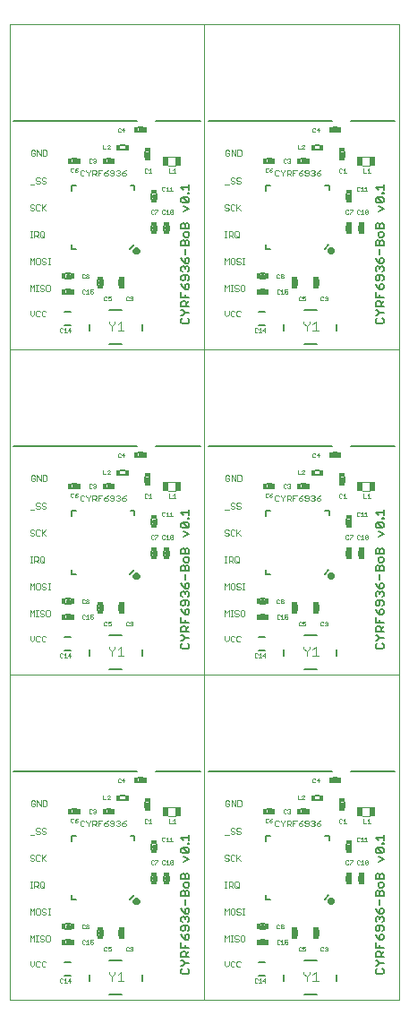
<source format=gto>
G75*
G70*
%OFA0B0*%
%FSLAX25Y25*%
%IPPOS*%
%LPD*%
%AMOC8*
5,1,8,0,0,1.08239X$1,22.5*
%
%ADD10R,0.01180X0.02360*%
%ADD12C,0.01600*%
%ADD15C,0.00600*%
%ADD17C,0.01970*%
%ADD28R,0.02360X0.01180*%
%ADD29C,0.00500*%
%ADD30C,0.00400*%
%ADD33C,0.00200*%
%ADD38R,0.01970X0.03740*%
%ADD40C,0.00800*%
%ADD43C,0.00000*%
%ADD45C,0.00100*%
X0010000Y0010000D02*
G75*
%LPD*%
D43*
X0010000Y0010000D02*
X0010000Y0131000D01*
X0082500Y0131000D01*
X0082500Y0010000D01*
X0010000Y0010000D01*
D40*
X0039560Y0017020D02*
X0039560Y0019380D01*
X0047040Y0024500D02*
X0051760Y0024500D01*
X0059240Y0019380D02*
X0059240Y0017020D01*
X0051760Y0011900D02*
X0047040Y0011900D01*
X0057500Y0095000D02*
X0011500Y0095000D01*
X0064500Y0095000D02*
X0081000Y0095000D01*
D29*
X0076850Y0071420D02*
X0076850Y0069410D01*
X0076850Y0070420D02*
X0073850Y0070420D01*
X0074850Y0069410D01*
X0076350Y0068300D02*
X0076350Y0067800D01*
X0076850Y0067800D01*
X0076850Y0068300D01*
X0076350Y0068300D01*
X0076350Y0066580D02*
X0074350Y0066580D01*
X0076350Y0064580D01*
X0076850Y0065080D01*
X0076850Y0066080D01*
X0076350Y0066580D01*
X0074350Y0066580D02*
X0073850Y0066080D01*
X0073850Y0065080D01*
X0074350Y0064580D01*
X0076350Y0064580D01*
X0074850Y0063360D02*
X0076850Y0062360D01*
X0074850Y0061360D01*
X0074850Y0056910D02*
X0075350Y0056410D01*
X0075350Y0054910D01*
X0075350Y0053690D02*
X0074850Y0053190D01*
X0074850Y0052190D01*
X0075350Y0051690D01*
X0076350Y0051690D01*
X0076850Y0052190D01*
X0076850Y0053190D01*
X0076350Y0053690D01*
X0075350Y0053690D01*
X0076850Y0054910D02*
X0076850Y0056410D01*
X0076350Y0056910D01*
X0075850Y0056910D01*
X0075350Y0056410D01*
X0074850Y0056910D02*
X0074350Y0056910D01*
X0073850Y0056410D01*
X0073850Y0054910D01*
X0076850Y0054910D01*
X0076350Y0050470D02*
X0076850Y0049970D01*
X0076850Y0048470D01*
X0073850Y0048470D01*
X0073850Y0049970D01*
X0074350Y0050470D01*
X0074850Y0050470D01*
X0075350Y0049970D01*
X0075350Y0048470D01*
X0075350Y0047250D02*
X0075350Y0045240D01*
X0075850Y0044020D02*
X0075350Y0043520D01*
X0075350Y0042020D01*
X0076350Y0042020D01*
X0076850Y0042520D01*
X0076850Y0043520D01*
X0076350Y0044020D01*
X0075850Y0044020D01*
X0074350Y0043020D02*
X0075350Y0042020D01*
X0075850Y0040800D02*
X0076350Y0040800D01*
X0076850Y0040300D01*
X0076850Y0039300D01*
X0076350Y0038800D01*
X0076350Y0037580D02*
X0074350Y0037580D01*
X0073850Y0037080D01*
X0073850Y0036080D01*
X0074350Y0035580D01*
X0074850Y0035580D01*
X0075350Y0036080D01*
X0075350Y0037580D01*
X0076350Y0037580D02*
X0076850Y0037080D01*
X0076850Y0036080D01*
X0076350Y0035580D01*
X0076350Y0034350D02*
X0075850Y0034350D01*
X0075350Y0033850D01*
X0075350Y0032350D01*
X0076350Y0032350D01*
X0076850Y0032850D01*
X0076850Y0033850D01*
X0076350Y0034350D01*
X0074350Y0033350D02*
X0075350Y0032350D01*
X0074350Y0033350D02*
X0073850Y0034350D01*
X0073850Y0031130D02*
X0073850Y0029130D01*
X0076850Y0029130D01*
X0076850Y0027910D02*
X0075850Y0026910D01*
X0075850Y0027410D02*
X0075850Y0025910D01*
X0076850Y0025910D02*
X0073850Y0025910D01*
X0073850Y0027410D01*
X0074350Y0027910D01*
X0075350Y0027910D01*
X0075850Y0027410D01*
X0075350Y0029130D02*
X0075350Y0030130D01*
X0074350Y0024690D02*
X0073850Y0024690D01*
X0074350Y0024690D02*
X0075350Y0023690D01*
X0076850Y0023690D01*
X0075350Y0023690D02*
X0074350Y0022690D01*
X0073850Y0022690D01*
X0074350Y0021460D02*
X0073850Y0020960D01*
X0073850Y0019960D01*
X0074350Y0019460D01*
X0076350Y0019460D01*
X0076850Y0019960D01*
X0076850Y0020960D01*
X0076350Y0021460D01*
X0074350Y0038800D02*
X0073850Y0039300D01*
X0073850Y0040300D01*
X0074350Y0040800D01*
X0074850Y0040800D01*
X0075350Y0040300D01*
X0075850Y0040800D01*
X0075350Y0040300D02*
X0075350Y0039800D01*
X0074350Y0043020D02*
X0073850Y0044020D01*
X0075350Y0049970D02*
X0075850Y0050470D01*
X0076350Y0050470D01*
X0056500Y0069300D02*
X0056500Y0070800D01*
X0055000Y0070800D01*
X0056310Y0048930D02*
X0054770Y0047390D01*
X0034700Y0047200D02*
X0032890Y0047200D01*
X0032890Y0048900D01*
X0032890Y0069000D02*
X0032890Y0070800D01*
X0034700Y0070800D01*
D17*
X0056810Y0046500D02*
X0056830Y0046620D01*
X0056880Y0046730D01*
X0056970Y0046820D01*
X0057080Y0046870D01*
X0057200Y0046890D01*
X0057320Y0046870D01*
X0057430Y0046820D01*
X0057520Y0046730D01*
X0057570Y0046620D01*
X0057590Y0046500D01*
X0057570Y0046380D01*
X0057520Y0046270D01*
X0057430Y0046180D01*
X0057320Y0046130D01*
X0057200Y0046110D01*
X0057080Y0046130D01*
X0056970Y0046180D01*
X0056880Y0046270D01*
X0056830Y0046380D01*
X0056810Y0046500D01*
D33*
X0052890Y0074500D02*
X0052160Y0074500D01*
X0051790Y0074870D01*
X0051790Y0075600D01*
X0052890Y0075600D01*
X0053260Y0075230D01*
X0053260Y0074870D01*
X0052890Y0074500D01*
X0051790Y0075600D02*
X0052520Y0076330D01*
X0053260Y0076700D01*
X0051050Y0076330D02*
X0051050Y0075970D01*
X0050680Y0075600D01*
X0051050Y0075230D01*
X0051050Y0074870D01*
X0050680Y0074500D01*
X0049950Y0074500D01*
X0049580Y0074870D01*
X0048840Y0074870D02*
X0048840Y0076330D01*
X0048470Y0076700D01*
X0047740Y0076700D01*
X0047370Y0076330D01*
X0047370Y0075970D01*
X0047740Y0075600D01*
X0048840Y0075600D01*
X0048840Y0074870D02*
X0048470Y0074500D01*
X0047740Y0074500D01*
X0047370Y0074870D01*
X0046630Y0074870D02*
X0046630Y0075230D01*
X0046260Y0075600D01*
X0045160Y0075600D01*
X0045160Y0074870D01*
X0045530Y0074500D01*
X0046260Y0074500D01*
X0046630Y0074870D01*
X0045890Y0076330D02*
X0045160Y0075600D01*
X0045890Y0076330D02*
X0046630Y0076700D01*
X0044420Y0076700D02*
X0042950Y0076700D01*
X0042950Y0074500D01*
X0042210Y0074500D02*
X0041470Y0075230D01*
X0041840Y0075230D02*
X0040740Y0075230D01*
X0040740Y0074500D02*
X0040740Y0076700D01*
X0041840Y0076700D01*
X0042210Y0076330D01*
X0042210Y0075600D01*
X0041840Y0075230D01*
X0042950Y0075600D02*
X0043680Y0075600D01*
X0040000Y0076330D02*
X0040000Y0076700D01*
X0040000Y0076330D02*
X0039260Y0075600D01*
X0039260Y0074500D01*
X0039260Y0075600D02*
X0038530Y0076330D01*
X0038530Y0076700D01*
X0037790Y0076330D02*
X0037420Y0076700D01*
X0036690Y0076700D01*
X0036320Y0076330D01*
X0036320Y0074870D01*
X0036690Y0074500D01*
X0037420Y0074500D01*
X0037790Y0074870D01*
X0049580Y0076330D02*
X0049950Y0076700D01*
X0050680Y0076700D01*
X0051050Y0076330D01*
X0050680Y0075600D02*
X0050310Y0075600D01*
X0023490Y0073430D02*
X0023120Y0073800D01*
X0022390Y0073800D01*
X0022020Y0073430D01*
X0022020Y0073070D01*
X0022390Y0072700D01*
X0023120Y0072700D01*
X0023490Y0072330D01*
X0023490Y0071970D01*
X0023120Y0071600D01*
X0022390Y0071600D01*
X0022020Y0071970D01*
X0021280Y0071970D02*
X0020910Y0071600D01*
X0020180Y0071600D01*
X0019810Y0071970D01*
X0020180Y0072700D02*
X0020910Y0072700D01*
X0021280Y0072330D01*
X0021280Y0071970D01*
X0020180Y0072700D02*
X0019810Y0073070D01*
X0019810Y0073430D01*
X0020180Y0073800D01*
X0020910Y0073800D01*
X0021280Y0073430D01*
X0019070Y0071230D02*
X0017600Y0071230D01*
X0017970Y0063800D02*
X0017600Y0063430D01*
X0017600Y0063070D01*
X0017970Y0062700D01*
X0018700Y0062700D01*
X0019070Y0062330D01*
X0019070Y0061970D01*
X0018700Y0061600D01*
X0017970Y0061600D01*
X0017600Y0061970D01*
X0019070Y0063430D02*
X0018700Y0063800D01*
X0017970Y0063800D01*
X0019810Y0063430D02*
X0019810Y0061970D01*
X0020180Y0061600D01*
X0020910Y0061600D01*
X0021280Y0061970D01*
X0022020Y0062330D02*
X0023490Y0063800D01*
X0022390Y0062700D02*
X0023490Y0061600D01*
X0022020Y0061600D02*
X0022020Y0063800D01*
X0021280Y0063430D02*
X0020910Y0063800D01*
X0020180Y0063800D01*
X0019810Y0063430D01*
X0020170Y0053800D02*
X0019070Y0053800D01*
X0019070Y0051600D01*
X0019070Y0052330D02*
X0020170Y0052330D01*
X0020540Y0052700D01*
X0020540Y0053430D01*
X0020170Y0053800D01*
X0021280Y0053430D02*
X0021650Y0053800D01*
X0022380Y0053800D01*
X0022750Y0053430D01*
X0022750Y0051970D01*
X0022380Y0051600D01*
X0021650Y0051600D01*
X0021280Y0051970D01*
X0021280Y0053430D01*
X0022020Y0052330D02*
X0022750Y0051600D01*
X0020540Y0051600D02*
X0019810Y0052330D01*
X0018330Y0051600D02*
X0017600Y0051600D01*
X0017970Y0051600D02*
X0017970Y0053800D01*
X0018330Y0053800D02*
X0017600Y0053800D01*
X0017600Y0043800D02*
X0018330Y0043070D01*
X0019070Y0043800D01*
X0019070Y0041600D01*
X0019810Y0041970D02*
X0019810Y0043430D01*
X0020180Y0043800D01*
X0020910Y0043800D01*
X0021280Y0043430D01*
X0021280Y0041970D01*
X0020910Y0041600D01*
X0020180Y0041600D01*
X0019810Y0041970D01*
X0022020Y0041970D02*
X0022390Y0041600D01*
X0023120Y0041600D01*
X0023490Y0041970D01*
X0023490Y0042330D01*
X0023120Y0042700D01*
X0022390Y0042700D01*
X0022020Y0043070D01*
X0022020Y0043430D01*
X0022390Y0043800D01*
X0023120Y0043800D01*
X0023490Y0043430D01*
X0024230Y0043800D02*
X0024960Y0043800D01*
X0024600Y0043800D02*
X0024600Y0041600D01*
X0024960Y0041600D02*
X0024230Y0041600D01*
X0017600Y0041600D02*
X0017600Y0043800D01*
X0017600Y0033800D02*
X0018330Y0033070D01*
X0019070Y0033800D01*
X0019070Y0031600D01*
X0019810Y0031600D02*
X0020540Y0031600D01*
X0020180Y0031600D02*
X0020180Y0033800D01*
X0020540Y0033800D02*
X0019810Y0033800D01*
X0021280Y0033430D02*
X0021280Y0033070D01*
X0021650Y0032700D01*
X0022380Y0032700D01*
X0022750Y0032330D01*
X0022750Y0031970D01*
X0022380Y0031600D01*
X0021650Y0031600D01*
X0021280Y0031970D01*
X0021280Y0033430D02*
X0021650Y0033800D01*
X0022380Y0033800D01*
X0022750Y0033430D01*
X0023490Y0033430D02*
X0023490Y0031970D01*
X0023860Y0031600D01*
X0024590Y0031600D01*
X0024960Y0031970D01*
X0024960Y0033430D01*
X0024590Y0033800D01*
X0023860Y0033800D01*
X0023490Y0033430D01*
X0017600Y0033800D02*
X0017600Y0031600D01*
X0017600Y0024300D02*
X0017600Y0022830D01*
X0018330Y0022100D01*
X0019070Y0022830D01*
X0019070Y0024300D01*
X0019810Y0023930D02*
X0019810Y0022470D01*
X0020180Y0022100D01*
X0020910Y0022100D01*
X0021280Y0022470D01*
X0022020Y0022470D02*
X0022390Y0022100D01*
X0023120Y0022100D01*
X0023490Y0022470D01*
X0023490Y0023930D02*
X0023120Y0024300D01*
X0022390Y0024300D01*
X0022020Y0023930D01*
X0022020Y0022470D01*
X0021280Y0023930D02*
X0020910Y0024300D01*
X0020180Y0024300D01*
X0019810Y0023930D01*
X0020110Y0081900D02*
X0020110Y0084100D01*
X0021580Y0081900D01*
X0021580Y0084100D01*
X0022320Y0084100D02*
X0023420Y0084100D01*
X0023790Y0083730D01*
X0023790Y0082270D01*
X0023420Y0081900D01*
X0022320Y0081900D01*
X0022320Y0084100D01*
X0019370Y0083730D02*
X0019000Y0084100D01*
X0018270Y0084100D01*
X0017900Y0083730D01*
X0017900Y0082270D01*
X0018270Y0081900D01*
X0019000Y0081900D01*
X0019370Y0082270D01*
X0019370Y0083000D01*
X0018630Y0083000D01*
D15*
X0033140Y0080880D02*
X0035060Y0080880D01*
X0035060Y0079120D02*
X0033140Y0079120D01*
X0045940Y0079120D02*
X0047860Y0079120D01*
X0047860Y0080880D02*
X0045940Y0080880D01*
X0051040Y0084220D02*
X0052960Y0084220D01*
X0052960Y0085980D02*
X0051040Y0085980D01*
X0057740Y0090820D02*
X0059660Y0090820D01*
X0059660Y0092580D02*
X0057740Y0092580D01*
X0060420Y0083560D02*
X0060420Y0081640D01*
X0062180Y0081640D02*
X0062180Y0083560D01*
X0062820Y0067960D02*
X0062820Y0066040D01*
X0064580Y0066040D02*
X0064580Y0067960D01*
X0064580Y0056060D02*
X0064580Y0054140D01*
X0062820Y0054140D02*
X0062820Y0056060D01*
X0067520Y0056060D02*
X0067520Y0054140D01*
X0069280Y0054140D02*
X0069280Y0056060D01*
X0052480Y0035760D02*
X0052480Y0033840D01*
X0050720Y0033840D02*
X0050720Y0035760D01*
X0044580Y0035760D02*
X0044580Y0033840D01*
X0042820Y0033840D02*
X0042820Y0035760D01*
X0032660Y0036420D02*
X0030740Y0036420D01*
X0030740Y0038180D02*
X0032660Y0038180D01*
X0032660Y0032280D02*
X0030740Y0032280D01*
X0030740Y0030520D02*
X0032660Y0030520D01*
X0032580Y0023760D02*
X0030220Y0023760D01*
X0030220Y0019040D02*
X0032580Y0019040D01*
D12*
X0031700Y0031280D02*
X0031700Y0031520D01*
X0031700Y0037180D02*
X0031700Y0037420D01*
X0043580Y0034800D02*
X0043820Y0034800D01*
X0051480Y0034800D02*
X0051720Y0034800D01*
X0063580Y0055100D02*
X0063820Y0055100D01*
X0068280Y0055100D02*
X0068520Y0055100D01*
X0063820Y0067000D02*
X0063580Y0067000D01*
X0061420Y0082600D02*
X0061180Y0082600D01*
X0058700Y0091580D02*
X0058700Y0091820D01*
X0046900Y0080120D02*
X0046900Y0079880D01*
X0034100Y0079880D02*
X0034100Y0080120D01*
D28*
X0061320Y0081010D03*
X0061320Y0084210D03*
X0063720Y0068610D03*
X0063720Y0065410D03*
X0063720Y0056710D03*
X0063720Y0053510D03*
X0068380Y0053490D03*
X0068380Y0056690D03*
X0051580Y0036390D03*
X0051580Y0033190D03*
X0043680Y0033190D03*
X0043680Y0036390D03*
D45*
X0041000Y0032100D02*
X0040000Y0032100D01*
X0040000Y0031350D01*
X0040500Y0031600D01*
X0040750Y0031600D01*
X0041000Y0031350D01*
X0041000Y0030850D01*
X0040750Y0030600D01*
X0040250Y0030600D01*
X0040000Y0030850D01*
X0039520Y0030600D02*
X0038520Y0030600D01*
X0039020Y0030600D02*
X0039020Y0032100D01*
X0038520Y0031600D01*
X0038050Y0031850D02*
X0037800Y0032100D01*
X0037300Y0032100D01*
X0037050Y0031850D01*
X0037050Y0030850D01*
X0037300Y0030600D01*
X0037800Y0030600D01*
X0038050Y0030850D01*
X0037700Y0036500D02*
X0037200Y0036500D01*
X0036950Y0036750D01*
X0036950Y0037750D01*
X0037200Y0038000D01*
X0037700Y0038000D01*
X0037950Y0037750D01*
X0038420Y0037750D02*
X0038420Y0037500D01*
X0038670Y0037250D01*
X0039170Y0037250D01*
X0039420Y0037000D01*
X0039420Y0036750D01*
X0039170Y0036500D01*
X0038670Y0036500D01*
X0038420Y0036750D01*
X0038420Y0037000D01*
X0038670Y0037250D01*
X0039170Y0037250D02*
X0039420Y0037500D01*
X0039420Y0037750D01*
X0039170Y0038000D01*
X0038670Y0038000D01*
X0038420Y0037750D01*
X0037950Y0036750D02*
X0037700Y0036500D01*
X0045150Y0029350D02*
X0045150Y0028350D01*
X0045400Y0028100D01*
X0045900Y0028100D01*
X0046150Y0028350D01*
X0046620Y0028350D02*
X0046870Y0028100D01*
X0047370Y0028100D01*
X0047620Y0028350D01*
X0047620Y0028850D01*
X0047370Y0029100D01*
X0047120Y0029100D01*
X0046620Y0028850D01*
X0046620Y0029600D01*
X0047620Y0029600D01*
X0046150Y0029350D02*
X0045900Y0029600D01*
X0045400Y0029600D01*
X0045150Y0029350D01*
X0053350Y0029350D02*
X0053350Y0028350D01*
X0053600Y0028100D01*
X0054100Y0028100D01*
X0054350Y0028350D01*
X0054820Y0028350D02*
X0055070Y0028100D01*
X0055570Y0028100D01*
X0055820Y0028350D01*
X0055820Y0029350D01*
X0055570Y0029600D01*
X0055070Y0029600D01*
X0054820Y0029350D01*
X0054820Y0029100D01*
X0055070Y0028850D01*
X0055820Y0028850D01*
X0054350Y0029350D02*
X0054100Y0029600D01*
X0053600Y0029600D01*
X0053350Y0029350D01*
X0032450Y0017800D02*
X0032450Y0016300D01*
X0032700Y0017050D02*
X0031700Y0017050D01*
X0032450Y0017800D01*
X0030720Y0017800D02*
X0030720Y0016300D01*
X0030220Y0016300D02*
X0031220Y0016300D01*
X0030220Y0017300D02*
X0030720Y0017800D01*
X0029750Y0017550D02*
X0029500Y0017800D01*
X0029000Y0017800D01*
X0028750Y0017550D01*
X0028750Y0016550D01*
X0029000Y0016300D01*
X0029500Y0016300D01*
X0029750Y0016550D01*
X0062900Y0060300D02*
X0063400Y0060300D01*
X0063650Y0060550D01*
X0064120Y0060550D02*
X0064120Y0060300D01*
X0064120Y0060550D02*
X0065120Y0061550D01*
X0065120Y0061800D01*
X0064120Y0061800D01*
X0063650Y0061550D02*
X0063400Y0061800D01*
X0062900Y0061800D01*
X0062650Y0061550D01*
X0062650Y0060550D01*
X0062900Y0060300D01*
X0066850Y0060650D02*
X0067100Y0060400D01*
X0067600Y0060400D01*
X0067850Y0060650D01*
X0068320Y0060400D02*
X0069320Y0060400D01*
X0068820Y0060400D02*
X0068820Y0061900D01*
X0068320Y0061400D01*
X0067850Y0061650D02*
X0067600Y0061900D01*
X0067100Y0061900D01*
X0066850Y0061650D01*
X0066850Y0060650D01*
X0069800Y0060650D02*
X0070800Y0061650D01*
X0070800Y0060650D01*
X0070550Y0060400D01*
X0070050Y0060400D01*
X0069800Y0060650D01*
X0069800Y0061650D01*
X0070050Y0061900D01*
X0070550Y0061900D01*
X0070800Y0061650D01*
X0070700Y0068900D02*
X0069700Y0068900D01*
X0069220Y0068900D02*
X0068220Y0068900D01*
X0068720Y0068900D02*
X0068720Y0070400D01*
X0068220Y0069900D01*
X0067750Y0070150D02*
X0067500Y0070400D01*
X0067000Y0070400D01*
X0066750Y0070150D01*
X0066750Y0069150D01*
X0067000Y0068900D01*
X0067500Y0068900D01*
X0067750Y0069150D01*
X0069700Y0069900D02*
X0070200Y0070400D01*
X0070200Y0068900D01*
X0070250Y0075750D02*
X0069250Y0075750D01*
X0069250Y0077250D01*
X0070720Y0076750D02*
X0071220Y0077250D01*
X0071220Y0075750D01*
X0070720Y0075750D02*
X0071720Y0075750D01*
X0062720Y0075700D02*
X0061720Y0075700D01*
X0062220Y0075700D02*
X0062220Y0077200D01*
X0061720Y0076700D01*
X0061250Y0076950D02*
X0061000Y0077200D01*
X0060500Y0077200D01*
X0060250Y0076950D01*
X0060250Y0075950D01*
X0060500Y0075700D01*
X0061000Y0075700D01*
X0061250Y0075950D01*
X0052530Y0090800D02*
X0052530Y0092300D01*
X0051780Y0091550D01*
X0052780Y0091550D01*
X0051300Y0091050D02*
X0051050Y0090800D01*
X0050550Y0090800D01*
X0050300Y0091050D01*
X0050300Y0092050D01*
X0050550Y0092300D01*
X0051050Y0092300D01*
X0051300Y0092050D01*
X0047070Y0086000D02*
X0046570Y0086000D01*
X0046320Y0085750D01*
X0047070Y0086000D02*
X0047320Y0085750D01*
X0047320Y0085500D01*
X0046320Y0084500D01*
X0047320Y0084500D01*
X0045850Y0084500D02*
X0044850Y0084500D01*
X0044850Y0086000D01*
X0041770Y0080800D02*
X0042020Y0080550D01*
X0042020Y0080300D01*
X0041770Y0080050D01*
X0042020Y0079800D01*
X0042020Y0079550D01*
X0041770Y0079300D01*
X0041270Y0079300D01*
X0041020Y0079550D01*
X0040550Y0079550D02*
X0040300Y0079300D01*
X0039800Y0079300D01*
X0039550Y0079550D01*
X0039550Y0080550D01*
X0039800Y0080800D01*
X0040300Y0080800D01*
X0040550Y0080550D01*
X0041020Y0080550D02*
X0041270Y0080800D01*
X0041770Y0080800D01*
X0041770Y0080050D02*
X0041520Y0080050D01*
X0035220Y0077400D02*
X0034720Y0077150D01*
X0034220Y0076650D01*
X0034970Y0076650D01*
X0035220Y0076400D01*
X0035220Y0076150D01*
X0034970Y0075900D01*
X0034470Y0075900D01*
X0034220Y0076150D01*
X0034220Y0076650D01*
X0033750Y0076150D02*
X0033500Y0075900D01*
X0033000Y0075900D01*
X0032750Y0076150D01*
X0032750Y0077150D01*
X0033000Y0077400D01*
X0033500Y0077400D01*
X0033750Y0077150D01*
D10*
X0032490Y0080020D03*
X0035690Y0080020D03*
X0045290Y0080020D03*
X0048490Y0080020D03*
X0050410Y0085080D03*
X0053610Y0085080D03*
X0057090Y0091720D03*
X0060290Y0091720D03*
X0033290Y0037320D03*
X0030090Y0037320D03*
X0030090Y0031420D03*
X0033290Y0031420D03*
D30*
X0047000Y0020200D02*
X0047000Y0019670D01*
X0048070Y0018600D01*
X0048070Y0017000D01*
X0048070Y0018600D02*
X0049140Y0019670D01*
X0049140Y0020200D01*
X0050310Y0019140D02*
X0051380Y0020200D01*
X0051380Y0017000D01*
X0050310Y0017000D02*
X0052450Y0017000D01*
X0068900Y0078400D02*
X0071700Y0078400D01*
X0071700Y0081750D02*
X0068900Y0081750D01*
D38*
X0068020Y0080080D03*
X0072620Y0080080D03*
X0010000Y0131000D02*
G75*
%LPD*%
D43*
X0010000Y0131000D02*
X0010000Y0252000D01*
X0082500Y0252000D01*
X0082500Y0131000D01*
X0010000Y0131000D01*
D40*
X0039560Y0138020D02*
X0039560Y0140380D01*
X0047040Y0145500D02*
X0051760Y0145500D01*
X0059240Y0140380D02*
X0059240Y0138020D01*
X0051760Y0132900D02*
X0047040Y0132900D01*
X0057500Y0216000D02*
X0011500Y0216000D01*
X0064500Y0216000D02*
X0081000Y0216000D01*
D29*
X0076850Y0192420D02*
X0076850Y0190410D01*
X0076850Y0191420D02*
X0073850Y0191420D01*
X0074850Y0190410D01*
X0076350Y0189300D02*
X0076350Y0188800D01*
X0076850Y0188800D01*
X0076850Y0189300D01*
X0076350Y0189300D01*
X0076350Y0187580D02*
X0074350Y0187580D01*
X0076350Y0185580D01*
X0076850Y0186080D01*
X0076850Y0187080D01*
X0076350Y0187580D01*
X0074350Y0187580D02*
X0073850Y0187080D01*
X0073850Y0186080D01*
X0074350Y0185580D01*
X0076350Y0185580D01*
X0074850Y0184360D02*
X0076850Y0183360D01*
X0074850Y0182360D01*
X0074850Y0177910D02*
X0075350Y0177410D01*
X0075350Y0175910D01*
X0075350Y0174690D02*
X0074850Y0174190D01*
X0074850Y0173190D01*
X0075350Y0172690D01*
X0076350Y0172690D01*
X0076850Y0173190D01*
X0076850Y0174190D01*
X0076350Y0174690D01*
X0075350Y0174690D01*
X0076850Y0175910D02*
X0076850Y0177410D01*
X0076350Y0177910D01*
X0075850Y0177910D01*
X0075350Y0177410D01*
X0074850Y0177910D02*
X0074350Y0177910D01*
X0073850Y0177410D01*
X0073850Y0175910D01*
X0076850Y0175910D01*
X0076350Y0171470D02*
X0076850Y0170970D01*
X0076850Y0169470D01*
X0073850Y0169470D01*
X0073850Y0170970D01*
X0074350Y0171470D01*
X0074850Y0171470D01*
X0075350Y0170970D01*
X0075350Y0169470D01*
X0075350Y0168250D02*
X0075350Y0166240D01*
X0075850Y0165020D02*
X0075350Y0164520D01*
X0075350Y0163020D01*
X0076350Y0163020D01*
X0076850Y0163520D01*
X0076850Y0164520D01*
X0076350Y0165020D01*
X0075850Y0165020D01*
X0074350Y0164020D02*
X0075350Y0163020D01*
X0075850Y0161800D02*
X0076350Y0161800D01*
X0076850Y0161300D01*
X0076850Y0160300D01*
X0076350Y0159800D01*
X0076350Y0158580D02*
X0074350Y0158580D01*
X0073850Y0158080D01*
X0073850Y0157080D01*
X0074350Y0156580D01*
X0074850Y0156580D01*
X0075350Y0157080D01*
X0075350Y0158580D01*
X0076350Y0158580D02*
X0076850Y0158080D01*
X0076850Y0157080D01*
X0076350Y0156580D01*
X0076350Y0155350D02*
X0075850Y0155350D01*
X0075350Y0154850D01*
X0075350Y0153350D01*
X0076350Y0153350D01*
X0076850Y0153850D01*
X0076850Y0154850D01*
X0076350Y0155350D01*
X0074350Y0154350D02*
X0075350Y0153350D01*
X0074350Y0154350D02*
X0073850Y0155350D01*
X0073850Y0152130D02*
X0073850Y0150130D01*
X0076850Y0150130D01*
X0076850Y0148910D02*
X0075850Y0147910D01*
X0075850Y0148410D02*
X0075850Y0146910D01*
X0076850Y0146910D02*
X0073850Y0146910D01*
X0073850Y0148410D01*
X0074350Y0148910D01*
X0075350Y0148910D01*
X0075850Y0148410D01*
X0075350Y0150130D02*
X0075350Y0151130D01*
X0074350Y0145690D02*
X0073850Y0145690D01*
X0074350Y0145690D02*
X0075350Y0144690D01*
X0076850Y0144690D01*
X0075350Y0144690D02*
X0074350Y0143690D01*
X0073850Y0143690D01*
X0074350Y0142460D02*
X0073850Y0141960D01*
X0073850Y0140960D01*
X0074350Y0140460D01*
X0076350Y0140460D01*
X0076850Y0140960D01*
X0076850Y0141960D01*
X0076350Y0142460D01*
X0074350Y0159800D02*
X0073850Y0160300D01*
X0073850Y0161300D01*
X0074350Y0161800D01*
X0074850Y0161800D01*
X0075350Y0161300D01*
X0075850Y0161800D01*
X0075350Y0161300D02*
X0075350Y0160800D01*
X0074350Y0164020D02*
X0073850Y0165020D01*
X0075350Y0170970D02*
X0075850Y0171470D01*
X0076350Y0171470D01*
X0056500Y0190300D02*
X0056500Y0191800D01*
X0055000Y0191800D01*
X0056310Y0169930D02*
X0054770Y0168390D01*
X0034700Y0168200D02*
X0032890Y0168200D01*
X0032890Y0169900D01*
X0032890Y0190000D02*
X0032890Y0191800D01*
X0034700Y0191800D01*
D17*
X0056810Y0167500D02*
X0056830Y0167620D01*
X0056880Y0167730D01*
X0056970Y0167820D01*
X0057080Y0167870D01*
X0057200Y0167890D01*
X0057320Y0167870D01*
X0057430Y0167820D01*
X0057520Y0167730D01*
X0057570Y0167620D01*
X0057590Y0167500D01*
X0057570Y0167380D01*
X0057520Y0167270D01*
X0057430Y0167180D01*
X0057320Y0167130D01*
X0057200Y0167110D01*
X0057080Y0167130D01*
X0056970Y0167180D01*
X0056880Y0167270D01*
X0056830Y0167380D01*
X0056810Y0167500D01*
D33*
X0052890Y0195500D02*
X0052160Y0195500D01*
X0051790Y0195870D01*
X0051790Y0196600D01*
X0052890Y0196600D01*
X0053260Y0196230D01*
X0053260Y0195870D01*
X0052890Y0195500D01*
X0051790Y0196600D02*
X0052520Y0197330D01*
X0053260Y0197700D01*
X0051050Y0197330D02*
X0051050Y0196970D01*
X0050680Y0196600D01*
X0051050Y0196230D01*
X0051050Y0195870D01*
X0050680Y0195500D01*
X0049950Y0195500D01*
X0049580Y0195870D01*
X0048840Y0195870D02*
X0048840Y0197330D01*
X0048470Y0197700D01*
X0047740Y0197700D01*
X0047370Y0197330D01*
X0047370Y0196970D01*
X0047740Y0196600D01*
X0048840Y0196600D01*
X0048840Y0195870D02*
X0048470Y0195500D01*
X0047740Y0195500D01*
X0047370Y0195870D01*
X0046630Y0195870D02*
X0046630Y0196230D01*
X0046260Y0196600D01*
X0045160Y0196600D01*
X0045160Y0195870D01*
X0045530Y0195500D01*
X0046260Y0195500D01*
X0046630Y0195870D01*
X0045890Y0197330D02*
X0045160Y0196600D01*
X0045890Y0197330D02*
X0046630Y0197700D01*
X0044420Y0197700D02*
X0042950Y0197700D01*
X0042950Y0195500D01*
X0042210Y0195500D02*
X0041470Y0196230D01*
X0041840Y0196230D02*
X0040740Y0196230D01*
X0040740Y0195500D02*
X0040740Y0197700D01*
X0041840Y0197700D01*
X0042210Y0197330D01*
X0042210Y0196600D01*
X0041840Y0196230D01*
X0042950Y0196600D02*
X0043680Y0196600D01*
X0040000Y0197330D02*
X0040000Y0197700D01*
X0040000Y0197330D02*
X0039260Y0196600D01*
X0039260Y0195500D01*
X0039260Y0196600D02*
X0038530Y0197330D01*
X0038530Y0197700D01*
X0037790Y0197330D02*
X0037420Y0197700D01*
X0036690Y0197700D01*
X0036320Y0197330D01*
X0036320Y0195870D01*
X0036690Y0195500D01*
X0037420Y0195500D01*
X0037790Y0195870D01*
X0049580Y0197330D02*
X0049950Y0197700D01*
X0050680Y0197700D01*
X0051050Y0197330D01*
X0050680Y0196600D02*
X0050310Y0196600D01*
X0023490Y0194430D02*
X0023120Y0194800D01*
X0022390Y0194800D01*
X0022020Y0194430D01*
X0022020Y0194070D01*
X0022390Y0193700D01*
X0023120Y0193700D01*
X0023490Y0193330D01*
X0023490Y0192970D01*
X0023120Y0192600D01*
X0022390Y0192600D01*
X0022020Y0192970D01*
X0021280Y0192970D02*
X0020910Y0192600D01*
X0020180Y0192600D01*
X0019810Y0192970D01*
X0020180Y0193700D02*
X0020910Y0193700D01*
X0021280Y0193330D01*
X0021280Y0192970D01*
X0020180Y0193700D02*
X0019810Y0194070D01*
X0019810Y0194430D01*
X0020180Y0194800D01*
X0020910Y0194800D01*
X0021280Y0194430D01*
X0019070Y0192230D02*
X0017600Y0192230D01*
X0017970Y0184800D02*
X0017600Y0184430D01*
X0017600Y0184070D01*
X0017970Y0183700D01*
X0018700Y0183700D01*
X0019070Y0183330D01*
X0019070Y0182970D01*
X0018700Y0182600D01*
X0017970Y0182600D01*
X0017600Y0182970D01*
X0019070Y0184430D02*
X0018700Y0184800D01*
X0017970Y0184800D01*
X0019810Y0184430D02*
X0019810Y0182970D01*
X0020180Y0182600D01*
X0020910Y0182600D01*
X0021280Y0182970D01*
X0022020Y0183330D02*
X0023490Y0184800D01*
X0022390Y0183700D02*
X0023490Y0182600D01*
X0022020Y0182600D02*
X0022020Y0184800D01*
X0021280Y0184430D02*
X0020910Y0184800D01*
X0020180Y0184800D01*
X0019810Y0184430D01*
X0020170Y0174800D02*
X0019070Y0174800D01*
X0019070Y0172600D01*
X0019070Y0173330D02*
X0020170Y0173330D01*
X0020540Y0173700D01*
X0020540Y0174430D01*
X0020170Y0174800D01*
X0021280Y0174430D02*
X0021650Y0174800D01*
X0022380Y0174800D01*
X0022750Y0174430D01*
X0022750Y0172970D01*
X0022380Y0172600D01*
X0021650Y0172600D01*
X0021280Y0172970D01*
X0021280Y0174430D01*
X0022020Y0173330D02*
X0022750Y0172600D01*
X0020540Y0172600D02*
X0019810Y0173330D01*
X0018330Y0172600D02*
X0017600Y0172600D01*
X0017970Y0172600D02*
X0017970Y0174800D01*
X0018330Y0174800D02*
X0017600Y0174800D01*
X0017600Y0164800D02*
X0018330Y0164070D01*
X0019070Y0164800D01*
X0019070Y0162600D01*
X0019810Y0162970D02*
X0019810Y0164430D01*
X0020180Y0164800D01*
X0020910Y0164800D01*
X0021280Y0164430D01*
X0021280Y0162970D01*
X0020910Y0162600D01*
X0020180Y0162600D01*
X0019810Y0162970D01*
X0022020Y0162970D02*
X0022390Y0162600D01*
X0023120Y0162600D01*
X0023490Y0162970D01*
X0023490Y0163330D01*
X0023120Y0163700D01*
X0022390Y0163700D01*
X0022020Y0164070D01*
X0022020Y0164430D01*
X0022390Y0164800D01*
X0023120Y0164800D01*
X0023490Y0164430D01*
X0024230Y0164800D02*
X0024960Y0164800D01*
X0024600Y0164800D02*
X0024600Y0162600D01*
X0024960Y0162600D02*
X0024230Y0162600D01*
X0017600Y0162600D02*
X0017600Y0164800D01*
X0017600Y0154800D02*
X0018330Y0154070D01*
X0019070Y0154800D01*
X0019070Y0152600D01*
X0019810Y0152600D02*
X0020540Y0152600D01*
X0020180Y0152600D02*
X0020180Y0154800D01*
X0020540Y0154800D02*
X0019810Y0154800D01*
X0021280Y0154430D02*
X0021280Y0154070D01*
X0021650Y0153700D01*
X0022380Y0153700D01*
X0022750Y0153330D01*
X0022750Y0152970D01*
X0022380Y0152600D01*
X0021650Y0152600D01*
X0021280Y0152970D01*
X0021280Y0154430D02*
X0021650Y0154800D01*
X0022380Y0154800D01*
X0022750Y0154430D01*
X0023490Y0154430D02*
X0023490Y0152970D01*
X0023860Y0152600D01*
X0024590Y0152600D01*
X0024960Y0152970D01*
X0024960Y0154430D01*
X0024590Y0154800D01*
X0023860Y0154800D01*
X0023490Y0154430D01*
X0017600Y0154800D02*
X0017600Y0152600D01*
X0017600Y0145300D02*
X0017600Y0143830D01*
X0018330Y0143100D01*
X0019070Y0143830D01*
X0019070Y0145300D01*
X0019810Y0144930D02*
X0019810Y0143470D01*
X0020180Y0143100D01*
X0020910Y0143100D01*
X0021280Y0143470D01*
X0022020Y0143470D02*
X0022390Y0143100D01*
X0023120Y0143100D01*
X0023490Y0143470D01*
X0023490Y0144930D02*
X0023120Y0145300D01*
X0022390Y0145300D01*
X0022020Y0144930D01*
X0022020Y0143470D01*
X0021280Y0144930D02*
X0020910Y0145300D01*
X0020180Y0145300D01*
X0019810Y0144930D01*
X0020110Y0202900D02*
X0020110Y0205100D01*
X0021580Y0202900D01*
X0021580Y0205100D01*
X0022320Y0205100D02*
X0023420Y0205100D01*
X0023790Y0204730D01*
X0023790Y0203270D01*
X0023420Y0202900D01*
X0022320Y0202900D01*
X0022320Y0205100D01*
X0019370Y0204730D02*
X0019000Y0205100D01*
X0018270Y0205100D01*
X0017900Y0204730D01*
X0017900Y0203270D01*
X0018270Y0202900D01*
X0019000Y0202900D01*
X0019370Y0203270D01*
X0019370Y0204000D01*
X0018630Y0204000D01*
D15*
X0033140Y0201880D02*
X0035060Y0201880D01*
X0035060Y0200120D02*
X0033140Y0200120D01*
X0045940Y0200120D02*
X0047860Y0200120D01*
X0047860Y0201880D02*
X0045940Y0201880D01*
X0051040Y0205220D02*
X0052960Y0205220D01*
X0052960Y0206980D02*
X0051040Y0206980D01*
X0057740Y0211820D02*
X0059660Y0211820D01*
X0059660Y0213580D02*
X0057740Y0213580D01*
X0060420Y0204560D02*
X0060420Y0202640D01*
X0062180Y0202640D02*
X0062180Y0204560D01*
X0062820Y0188960D02*
X0062820Y0187040D01*
X0064580Y0187040D02*
X0064580Y0188960D01*
X0064580Y0177060D02*
X0064580Y0175140D01*
X0062820Y0175140D02*
X0062820Y0177060D01*
X0067520Y0177060D02*
X0067520Y0175140D01*
X0069280Y0175140D02*
X0069280Y0177060D01*
X0052480Y0156760D02*
X0052480Y0154840D01*
X0050720Y0154840D02*
X0050720Y0156760D01*
X0044580Y0156760D02*
X0044580Y0154840D01*
X0042820Y0154840D02*
X0042820Y0156760D01*
X0032660Y0157420D02*
X0030740Y0157420D01*
X0030740Y0159180D02*
X0032660Y0159180D01*
X0032660Y0153280D02*
X0030740Y0153280D01*
X0030740Y0151520D02*
X0032660Y0151520D01*
X0032580Y0144760D02*
X0030220Y0144760D01*
X0030220Y0140040D02*
X0032580Y0140040D01*
D12*
X0031700Y0152280D02*
X0031700Y0152520D01*
X0031700Y0158180D02*
X0031700Y0158420D01*
X0043580Y0155800D02*
X0043820Y0155800D01*
X0051480Y0155800D02*
X0051720Y0155800D01*
X0063580Y0176100D02*
X0063820Y0176100D01*
X0068280Y0176100D02*
X0068520Y0176100D01*
X0063820Y0188000D02*
X0063580Y0188000D01*
X0061420Y0203600D02*
X0061180Y0203600D01*
X0058700Y0212580D02*
X0058700Y0212820D01*
X0046900Y0201120D02*
X0046900Y0200880D01*
X0034100Y0200880D02*
X0034100Y0201120D01*
D28*
X0061320Y0202010D03*
X0061320Y0205210D03*
X0063720Y0189610D03*
X0063720Y0186410D03*
X0063720Y0177710D03*
X0063720Y0174510D03*
X0068380Y0174490D03*
X0068380Y0177690D03*
X0051580Y0157390D03*
X0051580Y0154190D03*
X0043680Y0154190D03*
X0043680Y0157390D03*
D45*
X0041000Y0153100D02*
X0040000Y0153100D01*
X0040000Y0152350D01*
X0040500Y0152600D01*
X0040750Y0152600D01*
X0041000Y0152350D01*
X0041000Y0151850D01*
X0040750Y0151600D01*
X0040250Y0151600D01*
X0040000Y0151850D01*
X0039520Y0151600D02*
X0038520Y0151600D01*
X0039020Y0151600D02*
X0039020Y0153100D01*
X0038520Y0152600D01*
X0038050Y0152850D02*
X0037800Y0153100D01*
X0037300Y0153100D01*
X0037050Y0152850D01*
X0037050Y0151850D01*
X0037300Y0151600D01*
X0037800Y0151600D01*
X0038050Y0151850D01*
X0037700Y0157500D02*
X0037200Y0157500D01*
X0036950Y0157750D01*
X0036950Y0158750D01*
X0037200Y0159000D01*
X0037700Y0159000D01*
X0037950Y0158750D01*
X0038420Y0158750D02*
X0038420Y0158500D01*
X0038670Y0158250D01*
X0039170Y0158250D01*
X0039420Y0158000D01*
X0039420Y0157750D01*
X0039170Y0157500D01*
X0038670Y0157500D01*
X0038420Y0157750D01*
X0038420Y0158000D01*
X0038670Y0158250D01*
X0039170Y0158250D02*
X0039420Y0158500D01*
X0039420Y0158750D01*
X0039170Y0159000D01*
X0038670Y0159000D01*
X0038420Y0158750D01*
X0037950Y0157750D02*
X0037700Y0157500D01*
X0045150Y0150350D02*
X0045150Y0149350D01*
X0045400Y0149100D01*
X0045900Y0149100D01*
X0046150Y0149350D01*
X0046620Y0149350D02*
X0046870Y0149100D01*
X0047370Y0149100D01*
X0047620Y0149350D01*
X0047620Y0149850D01*
X0047370Y0150100D01*
X0047120Y0150100D01*
X0046620Y0149850D01*
X0046620Y0150600D01*
X0047620Y0150600D01*
X0046150Y0150350D02*
X0045900Y0150600D01*
X0045400Y0150600D01*
X0045150Y0150350D01*
X0053350Y0150350D02*
X0053350Y0149350D01*
X0053600Y0149100D01*
X0054100Y0149100D01*
X0054350Y0149350D01*
X0054820Y0149350D02*
X0055070Y0149100D01*
X0055570Y0149100D01*
X0055820Y0149350D01*
X0055820Y0150350D01*
X0055570Y0150600D01*
X0055070Y0150600D01*
X0054820Y0150350D01*
X0054820Y0150100D01*
X0055070Y0149850D01*
X0055820Y0149850D01*
X0054350Y0150350D02*
X0054100Y0150600D01*
X0053600Y0150600D01*
X0053350Y0150350D01*
X0032450Y0138800D02*
X0032450Y0137300D01*
X0032700Y0138050D02*
X0031700Y0138050D01*
X0032450Y0138800D01*
X0030720Y0138800D02*
X0030720Y0137300D01*
X0030220Y0137300D02*
X0031220Y0137300D01*
X0030220Y0138300D02*
X0030720Y0138800D01*
X0029750Y0138550D02*
X0029500Y0138800D01*
X0029000Y0138800D01*
X0028750Y0138550D01*
X0028750Y0137550D01*
X0029000Y0137300D01*
X0029500Y0137300D01*
X0029750Y0137550D01*
X0062900Y0181300D02*
X0063400Y0181300D01*
X0063650Y0181550D01*
X0064120Y0181550D02*
X0064120Y0181300D01*
X0064120Y0181550D02*
X0065120Y0182550D01*
X0065120Y0182800D01*
X0064120Y0182800D01*
X0063650Y0182550D02*
X0063400Y0182800D01*
X0062900Y0182800D01*
X0062650Y0182550D01*
X0062650Y0181550D01*
X0062900Y0181300D01*
X0066850Y0181650D02*
X0067100Y0181400D01*
X0067600Y0181400D01*
X0067850Y0181650D01*
X0068320Y0181400D02*
X0069320Y0181400D01*
X0068820Y0181400D02*
X0068820Y0182900D01*
X0068320Y0182400D01*
X0067850Y0182650D02*
X0067600Y0182900D01*
X0067100Y0182900D01*
X0066850Y0182650D01*
X0066850Y0181650D01*
X0069800Y0181650D02*
X0070800Y0182650D01*
X0070800Y0181650D01*
X0070550Y0181400D01*
X0070050Y0181400D01*
X0069800Y0181650D01*
X0069800Y0182650D01*
X0070050Y0182900D01*
X0070550Y0182900D01*
X0070800Y0182650D01*
X0070700Y0189900D02*
X0069700Y0189900D01*
X0069220Y0189900D02*
X0068220Y0189900D01*
X0068720Y0189900D02*
X0068720Y0191400D01*
X0068220Y0190900D01*
X0067750Y0191150D02*
X0067500Y0191400D01*
X0067000Y0191400D01*
X0066750Y0191150D01*
X0066750Y0190150D01*
X0067000Y0189900D01*
X0067500Y0189900D01*
X0067750Y0190150D01*
X0069700Y0190900D02*
X0070200Y0191400D01*
X0070200Y0189900D01*
X0070250Y0196750D02*
X0069250Y0196750D01*
X0069250Y0198250D01*
X0070720Y0197750D02*
X0071220Y0198250D01*
X0071220Y0196750D01*
X0070720Y0196750D02*
X0071720Y0196750D01*
X0062720Y0196700D02*
X0061720Y0196700D01*
X0062220Y0196700D02*
X0062220Y0198200D01*
X0061720Y0197700D01*
X0061250Y0197950D02*
X0061000Y0198200D01*
X0060500Y0198200D01*
X0060250Y0197950D01*
X0060250Y0196950D01*
X0060500Y0196700D01*
X0061000Y0196700D01*
X0061250Y0196950D01*
X0052530Y0211800D02*
X0052530Y0213300D01*
X0051780Y0212550D01*
X0052780Y0212550D01*
X0051300Y0212050D02*
X0051050Y0211800D01*
X0050550Y0211800D01*
X0050300Y0212050D01*
X0050300Y0213050D01*
X0050550Y0213300D01*
X0051050Y0213300D01*
X0051300Y0213050D01*
X0047070Y0207000D02*
X0046570Y0207000D01*
X0046320Y0206750D01*
X0047070Y0207000D02*
X0047320Y0206750D01*
X0047320Y0206500D01*
X0046320Y0205500D01*
X0047320Y0205500D01*
X0045850Y0205500D02*
X0044850Y0205500D01*
X0044850Y0207000D01*
X0041770Y0201800D02*
X0042020Y0201550D01*
X0042020Y0201300D01*
X0041770Y0201050D01*
X0042020Y0200800D01*
X0042020Y0200550D01*
X0041770Y0200300D01*
X0041270Y0200300D01*
X0041020Y0200550D01*
X0040550Y0200550D02*
X0040300Y0200300D01*
X0039800Y0200300D01*
X0039550Y0200550D01*
X0039550Y0201550D01*
X0039800Y0201800D01*
X0040300Y0201800D01*
X0040550Y0201550D01*
X0041020Y0201550D02*
X0041270Y0201800D01*
X0041770Y0201800D01*
X0041770Y0201050D02*
X0041520Y0201050D01*
X0035220Y0198400D02*
X0034720Y0198150D01*
X0034220Y0197650D01*
X0034970Y0197650D01*
X0035220Y0197400D01*
X0035220Y0197150D01*
X0034970Y0196900D01*
X0034470Y0196900D01*
X0034220Y0197150D01*
X0034220Y0197650D01*
X0033750Y0197150D02*
X0033500Y0196900D01*
X0033000Y0196900D01*
X0032750Y0197150D01*
X0032750Y0198150D01*
X0033000Y0198400D01*
X0033500Y0198400D01*
X0033750Y0198150D01*
D10*
X0032490Y0201020D03*
X0035690Y0201020D03*
X0045290Y0201020D03*
X0048490Y0201020D03*
X0050410Y0206080D03*
X0053610Y0206080D03*
X0057090Y0212720D03*
X0060290Y0212720D03*
X0033290Y0158320D03*
X0030090Y0158320D03*
X0030090Y0152420D03*
X0033290Y0152420D03*
D30*
X0047000Y0141200D02*
X0047000Y0140670D01*
X0048070Y0139600D01*
X0048070Y0138000D01*
X0048070Y0139600D02*
X0049140Y0140670D01*
X0049140Y0141200D01*
X0050310Y0140140D02*
X0051380Y0141200D01*
X0051380Y0138000D01*
X0050310Y0138000D02*
X0052450Y0138000D01*
X0068900Y0199400D02*
X0071700Y0199400D01*
X0071700Y0202750D02*
X0068900Y0202750D01*
D38*
X0068020Y0201080D03*
X0072620Y0201080D03*
X0010000Y0252000D02*
G75*
%LPD*%
D43*
X0010000Y0252000D02*
X0010000Y0373000D01*
X0082500Y0373000D01*
X0082500Y0252000D01*
X0010000Y0252000D01*
D40*
X0039560Y0259020D02*
X0039560Y0261380D01*
X0047040Y0266500D02*
X0051760Y0266500D01*
X0059240Y0261380D02*
X0059240Y0259020D01*
X0051760Y0253900D02*
X0047040Y0253900D01*
X0057500Y0337000D02*
X0011500Y0337000D01*
X0064500Y0337000D02*
X0081000Y0337000D01*
D29*
X0076850Y0313420D02*
X0076850Y0311410D01*
X0076850Y0312420D02*
X0073850Y0312420D01*
X0074850Y0311410D01*
X0076350Y0310300D02*
X0076350Y0309800D01*
X0076850Y0309800D01*
X0076850Y0310300D01*
X0076350Y0310300D01*
X0076350Y0308580D02*
X0074350Y0308580D01*
X0076350Y0306580D01*
X0076850Y0307080D01*
X0076850Y0308080D01*
X0076350Y0308580D01*
X0074350Y0308580D02*
X0073850Y0308080D01*
X0073850Y0307080D01*
X0074350Y0306580D01*
X0076350Y0306580D01*
X0074850Y0305360D02*
X0076850Y0304360D01*
X0074850Y0303360D01*
X0074850Y0298910D02*
X0075350Y0298410D01*
X0075350Y0296910D01*
X0075350Y0295690D02*
X0074850Y0295190D01*
X0074850Y0294190D01*
X0075350Y0293690D01*
X0076350Y0293690D01*
X0076850Y0294190D01*
X0076850Y0295190D01*
X0076350Y0295690D01*
X0075350Y0295690D01*
X0076850Y0296910D02*
X0076850Y0298410D01*
X0076350Y0298910D01*
X0075850Y0298910D01*
X0075350Y0298410D01*
X0074850Y0298910D02*
X0074350Y0298910D01*
X0073850Y0298410D01*
X0073850Y0296910D01*
X0076850Y0296910D01*
X0076350Y0292470D02*
X0076850Y0291970D01*
X0076850Y0290470D01*
X0073850Y0290470D01*
X0073850Y0291970D01*
X0074350Y0292470D01*
X0074850Y0292470D01*
X0075350Y0291970D01*
X0075350Y0290470D01*
X0075350Y0289250D02*
X0075350Y0287240D01*
X0075850Y0286020D02*
X0075350Y0285520D01*
X0075350Y0284020D01*
X0076350Y0284020D01*
X0076850Y0284520D01*
X0076850Y0285520D01*
X0076350Y0286020D01*
X0075850Y0286020D01*
X0074350Y0285020D02*
X0075350Y0284020D01*
X0075850Y0282800D02*
X0076350Y0282800D01*
X0076850Y0282300D01*
X0076850Y0281300D01*
X0076350Y0280800D01*
X0076350Y0279580D02*
X0074350Y0279580D01*
X0073850Y0279080D01*
X0073850Y0278080D01*
X0074350Y0277580D01*
X0074850Y0277580D01*
X0075350Y0278080D01*
X0075350Y0279580D01*
X0076350Y0279580D02*
X0076850Y0279080D01*
X0076850Y0278080D01*
X0076350Y0277580D01*
X0076350Y0276350D02*
X0075850Y0276350D01*
X0075350Y0275850D01*
X0075350Y0274350D01*
X0076350Y0274350D01*
X0076850Y0274850D01*
X0076850Y0275850D01*
X0076350Y0276350D01*
X0074350Y0275350D02*
X0075350Y0274350D01*
X0074350Y0275350D02*
X0073850Y0276350D01*
X0073850Y0273130D02*
X0073850Y0271130D01*
X0076850Y0271130D01*
X0076850Y0269910D02*
X0075850Y0268910D01*
X0075850Y0269410D02*
X0075850Y0267910D01*
X0076850Y0267910D02*
X0073850Y0267910D01*
X0073850Y0269410D01*
X0074350Y0269910D01*
X0075350Y0269910D01*
X0075850Y0269410D01*
X0075350Y0271130D02*
X0075350Y0272130D01*
X0074350Y0266690D02*
X0073850Y0266690D01*
X0074350Y0266690D02*
X0075350Y0265690D01*
X0076850Y0265690D01*
X0075350Y0265690D02*
X0074350Y0264690D01*
X0073850Y0264690D01*
X0074350Y0263460D02*
X0073850Y0262960D01*
X0073850Y0261960D01*
X0074350Y0261460D01*
X0076350Y0261460D01*
X0076850Y0261960D01*
X0076850Y0262960D01*
X0076350Y0263460D01*
X0074350Y0280800D02*
X0073850Y0281300D01*
X0073850Y0282300D01*
X0074350Y0282800D01*
X0074850Y0282800D01*
X0075350Y0282300D01*
X0075850Y0282800D01*
X0075350Y0282300D02*
X0075350Y0281800D01*
X0074350Y0285020D02*
X0073850Y0286020D01*
X0075350Y0291970D02*
X0075850Y0292470D01*
X0076350Y0292470D01*
X0056500Y0311300D02*
X0056500Y0312800D01*
X0055000Y0312800D01*
X0056310Y0290930D02*
X0054770Y0289390D01*
X0034700Y0289200D02*
X0032890Y0289200D01*
X0032890Y0290900D01*
X0032890Y0311000D02*
X0032890Y0312800D01*
X0034700Y0312800D01*
D17*
X0056810Y0288500D02*
X0056830Y0288620D01*
X0056880Y0288730D01*
X0056970Y0288820D01*
X0057080Y0288870D01*
X0057200Y0288890D01*
X0057320Y0288870D01*
X0057430Y0288820D01*
X0057520Y0288730D01*
X0057570Y0288620D01*
X0057590Y0288500D01*
X0057570Y0288380D01*
X0057520Y0288270D01*
X0057430Y0288180D01*
X0057320Y0288130D01*
X0057200Y0288110D01*
X0057080Y0288130D01*
X0056970Y0288180D01*
X0056880Y0288270D01*
X0056830Y0288380D01*
X0056810Y0288500D01*
D33*
X0052890Y0316500D02*
X0052160Y0316500D01*
X0051790Y0316870D01*
X0051790Y0317600D01*
X0052890Y0317600D01*
X0053260Y0317230D01*
X0053260Y0316870D01*
X0052890Y0316500D01*
X0051790Y0317600D02*
X0052520Y0318330D01*
X0053260Y0318700D01*
X0051050Y0318330D02*
X0051050Y0317970D01*
X0050680Y0317600D01*
X0051050Y0317230D01*
X0051050Y0316870D01*
X0050680Y0316500D01*
X0049950Y0316500D01*
X0049580Y0316870D01*
X0048840Y0316870D02*
X0048840Y0318330D01*
X0048470Y0318700D01*
X0047740Y0318700D01*
X0047370Y0318330D01*
X0047370Y0317970D01*
X0047740Y0317600D01*
X0048840Y0317600D01*
X0048840Y0316870D02*
X0048470Y0316500D01*
X0047740Y0316500D01*
X0047370Y0316870D01*
X0046630Y0316870D02*
X0046630Y0317230D01*
X0046260Y0317600D01*
X0045160Y0317600D01*
X0045160Y0316870D01*
X0045530Y0316500D01*
X0046260Y0316500D01*
X0046630Y0316870D01*
X0045890Y0318330D02*
X0045160Y0317600D01*
X0045890Y0318330D02*
X0046630Y0318700D01*
X0044420Y0318700D02*
X0042950Y0318700D01*
X0042950Y0316500D01*
X0042210Y0316500D02*
X0041470Y0317230D01*
X0041840Y0317230D02*
X0040740Y0317230D01*
X0040740Y0316500D02*
X0040740Y0318700D01*
X0041840Y0318700D01*
X0042210Y0318330D01*
X0042210Y0317600D01*
X0041840Y0317230D01*
X0042950Y0317600D02*
X0043680Y0317600D01*
X0040000Y0318330D02*
X0040000Y0318700D01*
X0040000Y0318330D02*
X0039260Y0317600D01*
X0039260Y0316500D01*
X0039260Y0317600D02*
X0038530Y0318330D01*
X0038530Y0318700D01*
X0037790Y0318330D02*
X0037420Y0318700D01*
X0036690Y0318700D01*
X0036320Y0318330D01*
X0036320Y0316870D01*
X0036690Y0316500D01*
X0037420Y0316500D01*
X0037790Y0316870D01*
X0049580Y0318330D02*
X0049950Y0318700D01*
X0050680Y0318700D01*
X0051050Y0318330D01*
X0050680Y0317600D02*
X0050310Y0317600D01*
X0023490Y0315430D02*
X0023120Y0315800D01*
X0022390Y0315800D01*
X0022020Y0315430D01*
X0022020Y0315070D01*
X0022390Y0314700D01*
X0023120Y0314700D01*
X0023490Y0314330D01*
X0023490Y0313970D01*
X0023120Y0313600D01*
X0022390Y0313600D01*
X0022020Y0313970D01*
X0021280Y0313970D02*
X0020910Y0313600D01*
X0020180Y0313600D01*
X0019810Y0313970D01*
X0020180Y0314700D02*
X0020910Y0314700D01*
X0021280Y0314330D01*
X0021280Y0313970D01*
X0020180Y0314700D02*
X0019810Y0315070D01*
X0019810Y0315430D01*
X0020180Y0315800D01*
X0020910Y0315800D01*
X0021280Y0315430D01*
X0019070Y0313230D02*
X0017600Y0313230D01*
X0017970Y0305800D02*
X0017600Y0305430D01*
X0017600Y0305070D01*
X0017970Y0304700D01*
X0018700Y0304700D01*
X0019070Y0304330D01*
X0019070Y0303970D01*
X0018700Y0303600D01*
X0017970Y0303600D01*
X0017600Y0303970D01*
X0019070Y0305430D02*
X0018700Y0305800D01*
X0017970Y0305800D01*
X0019810Y0305430D02*
X0019810Y0303970D01*
X0020180Y0303600D01*
X0020910Y0303600D01*
X0021280Y0303970D01*
X0022020Y0304330D02*
X0023490Y0305800D01*
X0022390Y0304700D02*
X0023490Y0303600D01*
X0022020Y0303600D02*
X0022020Y0305800D01*
X0021280Y0305430D02*
X0020910Y0305800D01*
X0020180Y0305800D01*
X0019810Y0305430D01*
X0020170Y0295800D02*
X0019070Y0295800D01*
X0019070Y0293600D01*
X0019070Y0294330D02*
X0020170Y0294330D01*
X0020540Y0294700D01*
X0020540Y0295430D01*
X0020170Y0295800D01*
X0021280Y0295430D02*
X0021650Y0295800D01*
X0022380Y0295800D01*
X0022750Y0295430D01*
X0022750Y0293970D01*
X0022380Y0293600D01*
X0021650Y0293600D01*
X0021280Y0293970D01*
X0021280Y0295430D01*
X0022020Y0294330D02*
X0022750Y0293600D01*
X0020540Y0293600D02*
X0019810Y0294330D01*
X0018330Y0293600D02*
X0017600Y0293600D01*
X0017970Y0293600D02*
X0017970Y0295800D01*
X0018330Y0295800D02*
X0017600Y0295800D01*
X0017600Y0285800D02*
X0018330Y0285070D01*
X0019070Y0285800D01*
X0019070Y0283600D01*
X0019810Y0283970D02*
X0019810Y0285430D01*
X0020180Y0285800D01*
X0020910Y0285800D01*
X0021280Y0285430D01*
X0021280Y0283970D01*
X0020910Y0283600D01*
X0020180Y0283600D01*
X0019810Y0283970D01*
X0022020Y0283970D02*
X0022390Y0283600D01*
X0023120Y0283600D01*
X0023490Y0283970D01*
X0023490Y0284330D01*
X0023120Y0284700D01*
X0022390Y0284700D01*
X0022020Y0285070D01*
X0022020Y0285430D01*
X0022390Y0285800D01*
X0023120Y0285800D01*
X0023490Y0285430D01*
X0024230Y0285800D02*
X0024960Y0285800D01*
X0024600Y0285800D02*
X0024600Y0283600D01*
X0024960Y0283600D02*
X0024230Y0283600D01*
X0017600Y0283600D02*
X0017600Y0285800D01*
X0017600Y0275800D02*
X0018330Y0275070D01*
X0019070Y0275800D01*
X0019070Y0273600D01*
X0019810Y0273600D02*
X0020540Y0273600D01*
X0020180Y0273600D02*
X0020180Y0275800D01*
X0020540Y0275800D02*
X0019810Y0275800D01*
X0021280Y0275430D02*
X0021280Y0275070D01*
X0021650Y0274700D01*
X0022380Y0274700D01*
X0022750Y0274330D01*
X0022750Y0273970D01*
X0022380Y0273600D01*
X0021650Y0273600D01*
X0021280Y0273970D01*
X0021280Y0275430D02*
X0021650Y0275800D01*
X0022380Y0275800D01*
X0022750Y0275430D01*
X0023490Y0275430D02*
X0023490Y0273970D01*
X0023860Y0273600D01*
X0024590Y0273600D01*
X0024960Y0273970D01*
X0024960Y0275430D01*
X0024590Y0275800D01*
X0023860Y0275800D01*
X0023490Y0275430D01*
X0017600Y0275800D02*
X0017600Y0273600D01*
X0017600Y0266300D02*
X0017600Y0264830D01*
X0018330Y0264100D01*
X0019070Y0264830D01*
X0019070Y0266300D01*
X0019810Y0265930D02*
X0019810Y0264470D01*
X0020180Y0264100D01*
X0020910Y0264100D01*
X0021280Y0264470D01*
X0022020Y0264470D02*
X0022390Y0264100D01*
X0023120Y0264100D01*
X0023490Y0264470D01*
X0023490Y0265930D02*
X0023120Y0266300D01*
X0022390Y0266300D01*
X0022020Y0265930D01*
X0022020Y0264470D01*
X0021280Y0265930D02*
X0020910Y0266300D01*
X0020180Y0266300D01*
X0019810Y0265930D01*
X0020110Y0323900D02*
X0020110Y0326100D01*
X0021580Y0323900D01*
X0021580Y0326100D01*
X0022320Y0326100D02*
X0023420Y0326100D01*
X0023790Y0325730D01*
X0023790Y0324270D01*
X0023420Y0323900D01*
X0022320Y0323900D01*
X0022320Y0326100D01*
X0019370Y0325730D02*
X0019000Y0326100D01*
X0018270Y0326100D01*
X0017900Y0325730D01*
X0017900Y0324270D01*
X0018270Y0323900D01*
X0019000Y0323900D01*
X0019370Y0324270D01*
X0019370Y0325000D01*
X0018630Y0325000D01*
D15*
X0033140Y0322880D02*
X0035060Y0322880D01*
X0035060Y0321120D02*
X0033140Y0321120D01*
X0045940Y0321120D02*
X0047860Y0321120D01*
X0047860Y0322880D02*
X0045940Y0322880D01*
X0051040Y0326220D02*
X0052960Y0326220D01*
X0052960Y0327980D02*
X0051040Y0327980D01*
X0057740Y0332820D02*
X0059660Y0332820D01*
X0059660Y0334580D02*
X0057740Y0334580D01*
X0060420Y0325560D02*
X0060420Y0323640D01*
X0062180Y0323640D02*
X0062180Y0325560D01*
X0062820Y0309960D02*
X0062820Y0308040D01*
X0064580Y0308040D02*
X0064580Y0309960D01*
X0064580Y0298060D02*
X0064580Y0296140D01*
X0062820Y0296140D02*
X0062820Y0298060D01*
X0067520Y0298060D02*
X0067520Y0296140D01*
X0069280Y0296140D02*
X0069280Y0298060D01*
X0052480Y0277760D02*
X0052480Y0275840D01*
X0050720Y0275840D02*
X0050720Y0277760D01*
X0044580Y0277760D02*
X0044580Y0275840D01*
X0042820Y0275840D02*
X0042820Y0277760D01*
X0032660Y0278420D02*
X0030740Y0278420D01*
X0030740Y0280180D02*
X0032660Y0280180D01*
X0032660Y0274280D02*
X0030740Y0274280D01*
X0030740Y0272520D02*
X0032660Y0272520D01*
X0032580Y0265760D02*
X0030220Y0265760D01*
X0030220Y0261040D02*
X0032580Y0261040D01*
D12*
X0031700Y0273280D02*
X0031700Y0273520D01*
X0031700Y0279180D02*
X0031700Y0279420D01*
X0043580Y0276800D02*
X0043820Y0276800D01*
X0051480Y0276800D02*
X0051720Y0276800D01*
X0063580Y0297100D02*
X0063820Y0297100D01*
X0068280Y0297100D02*
X0068520Y0297100D01*
X0063820Y0309000D02*
X0063580Y0309000D01*
X0061420Y0324600D02*
X0061180Y0324600D01*
X0058700Y0333580D02*
X0058700Y0333820D01*
X0046900Y0322120D02*
X0046900Y0321880D01*
X0034100Y0321880D02*
X0034100Y0322120D01*
D28*
X0061320Y0323010D03*
X0061320Y0326210D03*
X0063720Y0310610D03*
X0063720Y0307410D03*
X0063720Y0298710D03*
X0063720Y0295510D03*
X0068380Y0295490D03*
X0068380Y0298690D03*
X0051580Y0278390D03*
X0051580Y0275190D03*
X0043680Y0275190D03*
X0043680Y0278390D03*
D45*
X0041000Y0274100D02*
X0040000Y0274100D01*
X0040000Y0273350D01*
X0040500Y0273600D01*
X0040750Y0273600D01*
X0041000Y0273350D01*
X0041000Y0272850D01*
X0040750Y0272600D01*
X0040250Y0272600D01*
X0040000Y0272850D01*
X0039520Y0272600D02*
X0038520Y0272600D01*
X0039020Y0272600D02*
X0039020Y0274100D01*
X0038520Y0273600D01*
X0038050Y0273850D02*
X0037800Y0274100D01*
X0037300Y0274100D01*
X0037050Y0273850D01*
X0037050Y0272850D01*
X0037300Y0272600D01*
X0037800Y0272600D01*
X0038050Y0272850D01*
X0037700Y0278500D02*
X0037200Y0278500D01*
X0036950Y0278750D01*
X0036950Y0279750D01*
X0037200Y0280000D01*
X0037700Y0280000D01*
X0037950Y0279750D01*
X0038420Y0279750D02*
X0038420Y0279500D01*
X0038670Y0279250D01*
X0039170Y0279250D01*
X0039420Y0279000D01*
X0039420Y0278750D01*
X0039170Y0278500D01*
X0038670Y0278500D01*
X0038420Y0278750D01*
X0038420Y0279000D01*
X0038670Y0279250D01*
X0039170Y0279250D02*
X0039420Y0279500D01*
X0039420Y0279750D01*
X0039170Y0280000D01*
X0038670Y0280000D01*
X0038420Y0279750D01*
X0037950Y0278750D02*
X0037700Y0278500D01*
X0045150Y0271350D02*
X0045150Y0270350D01*
X0045400Y0270100D01*
X0045900Y0270100D01*
X0046150Y0270350D01*
X0046620Y0270350D02*
X0046870Y0270100D01*
X0047370Y0270100D01*
X0047620Y0270350D01*
X0047620Y0270850D01*
X0047370Y0271100D01*
X0047120Y0271100D01*
X0046620Y0270850D01*
X0046620Y0271600D01*
X0047620Y0271600D01*
X0046150Y0271350D02*
X0045900Y0271600D01*
X0045400Y0271600D01*
X0045150Y0271350D01*
X0053350Y0271350D02*
X0053350Y0270350D01*
X0053600Y0270100D01*
X0054100Y0270100D01*
X0054350Y0270350D01*
X0054820Y0270350D02*
X0055070Y0270100D01*
X0055570Y0270100D01*
X0055820Y0270350D01*
X0055820Y0271350D01*
X0055570Y0271600D01*
X0055070Y0271600D01*
X0054820Y0271350D01*
X0054820Y0271100D01*
X0055070Y0270850D01*
X0055820Y0270850D01*
X0054350Y0271350D02*
X0054100Y0271600D01*
X0053600Y0271600D01*
X0053350Y0271350D01*
X0032450Y0259800D02*
X0032450Y0258300D01*
X0032700Y0259050D02*
X0031700Y0259050D01*
X0032450Y0259800D01*
X0030720Y0259800D02*
X0030720Y0258300D01*
X0030220Y0258300D02*
X0031220Y0258300D01*
X0030220Y0259300D02*
X0030720Y0259800D01*
X0029750Y0259550D02*
X0029500Y0259800D01*
X0029000Y0259800D01*
X0028750Y0259550D01*
X0028750Y0258550D01*
X0029000Y0258300D01*
X0029500Y0258300D01*
X0029750Y0258550D01*
X0062900Y0302300D02*
X0063400Y0302300D01*
X0063650Y0302550D01*
X0064120Y0302550D02*
X0064120Y0302300D01*
X0064120Y0302550D02*
X0065120Y0303550D01*
X0065120Y0303800D01*
X0064120Y0303800D01*
X0063650Y0303550D02*
X0063400Y0303800D01*
X0062900Y0303800D01*
X0062650Y0303550D01*
X0062650Y0302550D01*
X0062900Y0302300D01*
X0066850Y0302650D02*
X0067100Y0302400D01*
X0067600Y0302400D01*
X0067850Y0302650D01*
X0068320Y0302400D02*
X0069320Y0302400D01*
X0068820Y0302400D02*
X0068820Y0303900D01*
X0068320Y0303400D01*
X0067850Y0303650D02*
X0067600Y0303900D01*
X0067100Y0303900D01*
X0066850Y0303650D01*
X0066850Y0302650D01*
X0069800Y0302650D02*
X0070800Y0303650D01*
X0070800Y0302650D01*
X0070550Y0302400D01*
X0070050Y0302400D01*
X0069800Y0302650D01*
X0069800Y0303650D01*
X0070050Y0303900D01*
X0070550Y0303900D01*
X0070800Y0303650D01*
X0070700Y0310900D02*
X0069700Y0310900D01*
X0069220Y0310900D02*
X0068220Y0310900D01*
X0068720Y0310900D02*
X0068720Y0312400D01*
X0068220Y0311900D01*
X0067750Y0312150D02*
X0067500Y0312400D01*
X0067000Y0312400D01*
X0066750Y0312150D01*
X0066750Y0311150D01*
X0067000Y0310900D01*
X0067500Y0310900D01*
X0067750Y0311150D01*
X0069700Y0311900D02*
X0070200Y0312400D01*
X0070200Y0310900D01*
X0070250Y0317750D02*
X0069250Y0317750D01*
X0069250Y0319250D01*
X0070720Y0318750D02*
X0071220Y0319250D01*
X0071220Y0317750D01*
X0070720Y0317750D02*
X0071720Y0317750D01*
X0062720Y0317700D02*
X0061720Y0317700D01*
X0062220Y0317700D02*
X0062220Y0319200D01*
X0061720Y0318700D01*
X0061250Y0318950D02*
X0061000Y0319200D01*
X0060500Y0319200D01*
X0060250Y0318950D01*
X0060250Y0317950D01*
X0060500Y0317700D01*
X0061000Y0317700D01*
X0061250Y0317950D01*
X0052530Y0332800D02*
X0052530Y0334300D01*
X0051780Y0333550D01*
X0052780Y0333550D01*
X0051300Y0333050D02*
X0051050Y0332800D01*
X0050550Y0332800D01*
X0050300Y0333050D01*
X0050300Y0334050D01*
X0050550Y0334300D01*
X0051050Y0334300D01*
X0051300Y0334050D01*
X0047070Y0328000D02*
X0046570Y0328000D01*
X0046320Y0327750D01*
X0047070Y0328000D02*
X0047320Y0327750D01*
X0047320Y0327500D01*
X0046320Y0326500D01*
X0047320Y0326500D01*
X0045850Y0326500D02*
X0044850Y0326500D01*
X0044850Y0328000D01*
X0041770Y0322800D02*
X0042020Y0322550D01*
X0042020Y0322300D01*
X0041770Y0322050D01*
X0042020Y0321800D01*
X0042020Y0321550D01*
X0041770Y0321300D01*
X0041270Y0321300D01*
X0041020Y0321550D01*
X0040550Y0321550D02*
X0040300Y0321300D01*
X0039800Y0321300D01*
X0039550Y0321550D01*
X0039550Y0322550D01*
X0039800Y0322800D01*
X0040300Y0322800D01*
X0040550Y0322550D01*
X0041020Y0322550D02*
X0041270Y0322800D01*
X0041770Y0322800D01*
X0041770Y0322050D02*
X0041520Y0322050D01*
X0035220Y0319400D02*
X0034720Y0319150D01*
X0034220Y0318650D01*
X0034970Y0318650D01*
X0035220Y0318400D01*
X0035220Y0318150D01*
X0034970Y0317900D01*
X0034470Y0317900D01*
X0034220Y0318150D01*
X0034220Y0318650D01*
X0033750Y0318150D02*
X0033500Y0317900D01*
X0033000Y0317900D01*
X0032750Y0318150D01*
X0032750Y0319150D01*
X0033000Y0319400D01*
X0033500Y0319400D01*
X0033750Y0319150D01*
D10*
X0032490Y0322020D03*
X0035690Y0322020D03*
X0045290Y0322020D03*
X0048490Y0322020D03*
X0050410Y0327080D03*
X0053610Y0327080D03*
X0057090Y0333720D03*
X0060290Y0333720D03*
X0033290Y0279320D03*
X0030090Y0279320D03*
X0030090Y0273420D03*
X0033290Y0273420D03*
D30*
X0047000Y0262200D02*
X0047000Y0261670D01*
X0048070Y0260600D01*
X0048070Y0259000D01*
X0048070Y0260600D02*
X0049140Y0261670D01*
X0049140Y0262200D01*
X0050310Y0261140D02*
X0051380Y0262200D01*
X0051380Y0259000D01*
X0050310Y0259000D02*
X0052450Y0259000D01*
X0068900Y0320400D02*
X0071700Y0320400D01*
X0071700Y0323750D02*
X0068900Y0323750D01*
D38*
X0068020Y0322080D03*
X0072620Y0322080D03*
X0082500Y0010000D02*
G75*
%LPD*%
D43*
X0082500Y0010000D02*
X0082500Y0131000D01*
X0155000Y0131000D01*
X0155000Y0010000D01*
X0082500Y0010000D01*
D40*
X0112060Y0017020D02*
X0112060Y0019380D01*
X0119540Y0024500D02*
X0124260Y0024500D01*
X0131740Y0019380D02*
X0131740Y0017020D01*
X0124260Y0011900D02*
X0119540Y0011900D01*
X0130000Y0095000D02*
X0084000Y0095000D01*
X0137000Y0095000D02*
X0153500Y0095000D01*
D29*
X0149350Y0071420D02*
X0149350Y0069410D01*
X0149350Y0070420D02*
X0146350Y0070420D01*
X0147350Y0069410D01*
X0148850Y0068300D02*
X0148850Y0067800D01*
X0149350Y0067800D01*
X0149350Y0068300D01*
X0148850Y0068300D01*
X0148850Y0066580D02*
X0146850Y0066580D01*
X0148850Y0064580D01*
X0149350Y0065080D01*
X0149350Y0066080D01*
X0148850Y0066580D01*
X0146850Y0066580D02*
X0146350Y0066080D01*
X0146350Y0065080D01*
X0146850Y0064580D01*
X0148850Y0064580D01*
X0147350Y0063360D02*
X0149350Y0062360D01*
X0147350Y0061360D01*
X0147350Y0056910D02*
X0147850Y0056410D01*
X0147850Y0054910D01*
X0147850Y0053690D02*
X0147350Y0053190D01*
X0147350Y0052190D01*
X0147850Y0051690D01*
X0148850Y0051690D01*
X0149350Y0052190D01*
X0149350Y0053190D01*
X0148850Y0053690D01*
X0147850Y0053690D01*
X0149350Y0054910D02*
X0149350Y0056410D01*
X0148850Y0056910D01*
X0148350Y0056910D01*
X0147850Y0056410D01*
X0147350Y0056910D02*
X0146850Y0056910D01*
X0146350Y0056410D01*
X0146350Y0054910D01*
X0149350Y0054910D01*
X0148850Y0050470D02*
X0149350Y0049970D01*
X0149350Y0048470D01*
X0146350Y0048470D01*
X0146350Y0049970D01*
X0146850Y0050470D01*
X0147350Y0050470D01*
X0147850Y0049970D01*
X0147850Y0048470D01*
X0147850Y0047250D02*
X0147850Y0045240D01*
X0148350Y0044020D02*
X0147850Y0043520D01*
X0147850Y0042020D01*
X0148850Y0042020D01*
X0149350Y0042520D01*
X0149350Y0043520D01*
X0148850Y0044020D01*
X0148350Y0044020D01*
X0146850Y0043020D02*
X0147850Y0042020D01*
X0148350Y0040800D02*
X0148850Y0040800D01*
X0149350Y0040300D01*
X0149350Y0039300D01*
X0148850Y0038800D01*
X0148850Y0037580D02*
X0146850Y0037580D01*
X0146350Y0037080D01*
X0146350Y0036080D01*
X0146850Y0035580D01*
X0147350Y0035580D01*
X0147850Y0036080D01*
X0147850Y0037580D01*
X0148850Y0037580D02*
X0149350Y0037080D01*
X0149350Y0036080D01*
X0148850Y0035580D01*
X0148850Y0034350D02*
X0148350Y0034350D01*
X0147850Y0033850D01*
X0147850Y0032350D01*
X0148850Y0032350D01*
X0149350Y0032850D01*
X0149350Y0033850D01*
X0148850Y0034350D01*
X0146850Y0033350D02*
X0147850Y0032350D01*
X0146850Y0033350D02*
X0146350Y0034350D01*
X0146350Y0031130D02*
X0146350Y0029130D01*
X0149350Y0029130D01*
X0149350Y0027910D02*
X0148350Y0026910D01*
X0148350Y0027410D02*
X0148350Y0025910D01*
X0149350Y0025910D02*
X0146350Y0025910D01*
X0146350Y0027410D01*
X0146850Y0027910D01*
X0147850Y0027910D01*
X0148350Y0027410D01*
X0147850Y0029130D02*
X0147850Y0030130D01*
X0146850Y0024690D02*
X0146350Y0024690D01*
X0146850Y0024690D02*
X0147850Y0023690D01*
X0149350Y0023690D01*
X0147850Y0023690D02*
X0146850Y0022690D01*
X0146350Y0022690D01*
X0146850Y0021460D02*
X0146350Y0020960D01*
X0146350Y0019960D01*
X0146850Y0019460D01*
X0148850Y0019460D01*
X0149350Y0019960D01*
X0149350Y0020960D01*
X0148850Y0021460D01*
X0146850Y0038800D02*
X0146350Y0039300D01*
X0146350Y0040300D01*
X0146850Y0040800D01*
X0147350Y0040800D01*
X0147850Y0040300D01*
X0148350Y0040800D01*
X0147850Y0040300D02*
X0147850Y0039800D01*
X0146850Y0043020D02*
X0146350Y0044020D01*
X0147850Y0049970D02*
X0148350Y0050470D01*
X0148850Y0050470D01*
X0129000Y0069300D02*
X0129000Y0070800D01*
X0127500Y0070800D01*
X0128810Y0048930D02*
X0127270Y0047390D01*
X0107200Y0047200D02*
X0105390Y0047200D01*
X0105390Y0048900D01*
X0105390Y0069000D02*
X0105390Y0070800D01*
X0107200Y0070800D01*
D17*
X0129310Y0046500D02*
X0129330Y0046620D01*
X0129380Y0046730D01*
X0129470Y0046820D01*
X0129580Y0046870D01*
X0129700Y0046890D01*
X0129820Y0046870D01*
X0129930Y0046820D01*
X0130020Y0046730D01*
X0130070Y0046620D01*
X0130090Y0046500D01*
X0130070Y0046380D01*
X0130020Y0046270D01*
X0129930Y0046180D01*
X0129820Y0046130D01*
X0129700Y0046110D01*
X0129580Y0046130D01*
X0129470Y0046180D01*
X0129380Y0046270D01*
X0129330Y0046380D01*
X0129310Y0046500D01*
D33*
X0125390Y0074500D02*
X0124660Y0074500D01*
X0124290Y0074870D01*
X0124290Y0075600D01*
X0125390Y0075600D01*
X0125760Y0075230D01*
X0125760Y0074870D01*
X0125390Y0074500D01*
X0124290Y0075600D02*
X0125020Y0076330D01*
X0125760Y0076700D01*
X0123550Y0076330D02*
X0123550Y0075970D01*
X0123180Y0075600D01*
X0123550Y0075230D01*
X0123550Y0074870D01*
X0123180Y0074500D01*
X0122450Y0074500D01*
X0122080Y0074870D01*
X0121340Y0074870D02*
X0121340Y0076330D01*
X0120970Y0076700D01*
X0120240Y0076700D01*
X0119870Y0076330D01*
X0119870Y0075970D01*
X0120240Y0075600D01*
X0121340Y0075600D01*
X0121340Y0074870D02*
X0120970Y0074500D01*
X0120240Y0074500D01*
X0119870Y0074870D01*
X0119130Y0074870D02*
X0119130Y0075230D01*
X0118760Y0075600D01*
X0117660Y0075600D01*
X0117660Y0074870D01*
X0118030Y0074500D01*
X0118760Y0074500D01*
X0119130Y0074870D01*
X0118390Y0076330D02*
X0117660Y0075600D01*
X0118390Y0076330D02*
X0119130Y0076700D01*
X0116920Y0076700D02*
X0115450Y0076700D01*
X0115450Y0074500D01*
X0114710Y0074500D02*
X0113970Y0075230D01*
X0114340Y0075230D02*
X0113240Y0075230D01*
X0113240Y0074500D02*
X0113240Y0076700D01*
X0114340Y0076700D01*
X0114710Y0076330D01*
X0114710Y0075600D01*
X0114340Y0075230D01*
X0115450Y0075600D02*
X0116180Y0075600D01*
X0112500Y0076330D02*
X0112500Y0076700D01*
X0112500Y0076330D02*
X0111760Y0075600D01*
X0111760Y0074500D01*
X0111760Y0075600D02*
X0111030Y0076330D01*
X0111030Y0076700D01*
X0110290Y0076330D02*
X0109920Y0076700D01*
X0109190Y0076700D01*
X0108820Y0076330D01*
X0108820Y0074870D01*
X0109190Y0074500D01*
X0109920Y0074500D01*
X0110290Y0074870D01*
X0122080Y0076330D02*
X0122450Y0076700D01*
X0123180Y0076700D01*
X0123550Y0076330D01*
X0123180Y0075600D02*
X0122810Y0075600D01*
X0095990Y0073430D02*
X0095620Y0073800D01*
X0094890Y0073800D01*
X0094520Y0073430D01*
X0094520Y0073070D01*
X0094890Y0072700D01*
X0095620Y0072700D01*
X0095990Y0072330D01*
X0095990Y0071970D01*
X0095620Y0071600D01*
X0094890Y0071600D01*
X0094520Y0071970D01*
X0093780Y0071970D02*
X0093410Y0071600D01*
X0092680Y0071600D01*
X0092310Y0071970D01*
X0092680Y0072700D02*
X0093410Y0072700D01*
X0093780Y0072330D01*
X0093780Y0071970D01*
X0092680Y0072700D02*
X0092310Y0073070D01*
X0092310Y0073430D01*
X0092680Y0073800D01*
X0093410Y0073800D01*
X0093780Y0073430D01*
X0091570Y0071230D02*
X0090100Y0071230D01*
X0090470Y0063800D02*
X0090100Y0063430D01*
X0090100Y0063070D01*
X0090470Y0062700D01*
X0091200Y0062700D01*
X0091570Y0062330D01*
X0091570Y0061970D01*
X0091200Y0061600D01*
X0090470Y0061600D01*
X0090100Y0061970D01*
X0091570Y0063430D02*
X0091200Y0063800D01*
X0090470Y0063800D01*
X0092310Y0063430D02*
X0092310Y0061970D01*
X0092680Y0061600D01*
X0093410Y0061600D01*
X0093780Y0061970D01*
X0094520Y0062330D02*
X0095990Y0063800D01*
X0094890Y0062700D02*
X0095990Y0061600D01*
X0094520Y0061600D02*
X0094520Y0063800D01*
X0093780Y0063430D02*
X0093410Y0063800D01*
X0092680Y0063800D01*
X0092310Y0063430D01*
X0092670Y0053800D02*
X0091570Y0053800D01*
X0091570Y0051600D01*
X0091570Y0052330D02*
X0092670Y0052330D01*
X0093040Y0052700D01*
X0093040Y0053430D01*
X0092670Y0053800D01*
X0093780Y0053430D02*
X0094150Y0053800D01*
X0094880Y0053800D01*
X0095250Y0053430D01*
X0095250Y0051970D01*
X0094880Y0051600D01*
X0094150Y0051600D01*
X0093780Y0051970D01*
X0093780Y0053430D01*
X0094520Y0052330D02*
X0095250Y0051600D01*
X0093040Y0051600D02*
X0092310Y0052330D01*
X0090830Y0051600D02*
X0090100Y0051600D01*
X0090470Y0051600D02*
X0090470Y0053800D01*
X0090830Y0053800D02*
X0090100Y0053800D01*
X0090100Y0043800D02*
X0090830Y0043070D01*
X0091570Y0043800D01*
X0091570Y0041600D01*
X0092310Y0041970D02*
X0092310Y0043430D01*
X0092680Y0043800D01*
X0093410Y0043800D01*
X0093780Y0043430D01*
X0093780Y0041970D01*
X0093410Y0041600D01*
X0092680Y0041600D01*
X0092310Y0041970D01*
X0094520Y0041970D02*
X0094890Y0041600D01*
X0095620Y0041600D01*
X0095990Y0041970D01*
X0095990Y0042330D01*
X0095620Y0042700D01*
X0094890Y0042700D01*
X0094520Y0043070D01*
X0094520Y0043430D01*
X0094890Y0043800D01*
X0095620Y0043800D01*
X0095990Y0043430D01*
X0096730Y0043800D02*
X0097460Y0043800D01*
X0097100Y0043800D02*
X0097100Y0041600D01*
X0097460Y0041600D02*
X0096730Y0041600D01*
X0090100Y0041600D02*
X0090100Y0043800D01*
X0090100Y0033800D02*
X0090830Y0033070D01*
X0091570Y0033800D01*
X0091570Y0031600D01*
X0092310Y0031600D02*
X0093040Y0031600D01*
X0092680Y0031600D02*
X0092680Y0033800D01*
X0093040Y0033800D02*
X0092310Y0033800D01*
X0093780Y0033430D02*
X0093780Y0033070D01*
X0094150Y0032700D01*
X0094880Y0032700D01*
X0095250Y0032330D01*
X0095250Y0031970D01*
X0094880Y0031600D01*
X0094150Y0031600D01*
X0093780Y0031970D01*
X0093780Y0033430D02*
X0094150Y0033800D01*
X0094880Y0033800D01*
X0095250Y0033430D01*
X0095990Y0033430D02*
X0095990Y0031970D01*
X0096360Y0031600D01*
X0097090Y0031600D01*
X0097460Y0031970D01*
X0097460Y0033430D01*
X0097090Y0033800D01*
X0096360Y0033800D01*
X0095990Y0033430D01*
X0090100Y0033800D02*
X0090100Y0031600D01*
X0090100Y0024300D02*
X0090100Y0022830D01*
X0090830Y0022100D01*
X0091570Y0022830D01*
X0091570Y0024300D01*
X0092310Y0023930D02*
X0092310Y0022470D01*
X0092680Y0022100D01*
X0093410Y0022100D01*
X0093780Y0022470D01*
X0094520Y0022470D02*
X0094890Y0022100D01*
X0095620Y0022100D01*
X0095990Y0022470D01*
X0095990Y0023930D02*
X0095620Y0024300D01*
X0094890Y0024300D01*
X0094520Y0023930D01*
X0094520Y0022470D01*
X0093780Y0023930D02*
X0093410Y0024300D01*
X0092680Y0024300D01*
X0092310Y0023930D01*
X0092610Y0081900D02*
X0092610Y0084100D01*
X0094080Y0081900D01*
X0094080Y0084100D01*
X0094820Y0084100D02*
X0095920Y0084100D01*
X0096290Y0083730D01*
X0096290Y0082270D01*
X0095920Y0081900D01*
X0094820Y0081900D01*
X0094820Y0084100D01*
X0091870Y0083730D02*
X0091500Y0084100D01*
X0090770Y0084100D01*
X0090400Y0083730D01*
X0090400Y0082270D01*
X0090770Y0081900D01*
X0091500Y0081900D01*
X0091870Y0082270D01*
X0091870Y0083000D01*
X0091130Y0083000D01*
D15*
X0105640Y0080880D02*
X0107560Y0080880D01*
X0107560Y0079120D02*
X0105640Y0079120D01*
X0118440Y0079120D02*
X0120360Y0079120D01*
X0120360Y0080880D02*
X0118440Y0080880D01*
X0123540Y0084220D02*
X0125460Y0084220D01*
X0125460Y0085980D02*
X0123540Y0085980D01*
X0130240Y0090820D02*
X0132160Y0090820D01*
X0132160Y0092580D02*
X0130240Y0092580D01*
X0132920Y0083560D02*
X0132920Y0081640D01*
X0134680Y0081640D02*
X0134680Y0083560D01*
X0135320Y0067960D02*
X0135320Y0066040D01*
X0137080Y0066040D02*
X0137080Y0067960D01*
X0137080Y0056060D02*
X0137080Y0054140D01*
X0135320Y0054140D02*
X0135320Y0056060D01*
X0140020Y0056060D02*
X0140020Y0054140D01*
X0141780Y0054140D02*
X0141780Y0056060D01*
X0124980Y0035760D02*
X0124980Y0033840D01*
X0123220Y0033840D02*
X0123220Y0035760D01*
X0117080Y0035760D02*
X0117080Y0033840D01*
X0115320Y0033840D02*
X0115320Y0035760D01*
X0105160Y0036420D02*
X0103240Y0036420D01*
X0103240Y0038180D02*
X0105160Y0038180D01*
X0105160Y0032280D02*
X0103240Y0032280D01*
X0103240Y0030520D02*
X0105160Y0030520D01*
X0105080Y0023760D02*
X0102720Y0023760D01*
X0102720Y0019040D02*
X0105080Y0019040D01*
D12*
X0104200Y0031280D02*
X0104200Y0031520D01*
X0104200Y0037180D02*
X0104200Y0037420D01*
X0116080Y0034800D02*
X0116320Y0034800D01*
X0123980Y0034800D02*
X0124220Y0034800D01*
X0136080Y0055100D02*
X0136320Y0055100D01*
X0140780Y0055100D02*
X0141020Y0055100D01*
X0136320Y0067000D02*
X0136080Y0067000D01*
X0133920Y0082600D02*
X0133680Y0082600D01*
X0131200Y0091580D02*
X0131200Y0091820D01*
X0119400Y0080120D02*
X0119400Y0079880D01*
X0106600Y0079880D02*
X0106600Y0080120D01*
D28*
X0133820Y0081010D03*
X0133820Y0084210D03*
X0136220Y0068610D03*
X0136220Y0065410D03*
X0136220Y0056710D03*
X0136220Y0053510D03*
X0140880Y0053490D03*
X0140880Y0056690D03*
X0124080Y0036390D03*
X0124080Y0033190D03*
X0116180Y0033190D03*
X0116180Y0036390D03*
D45*
X0113500Y0032100D02*
X0112500Y0032100D01*
X0112500Y0031350D01*
X0113000Y0031600D01*
X0113250Y0031600D01*
X0113500Y0031350D01*
X0113500Y0030850D01*
X0113250Y0030600D01*
X0112750Y0030600D01*
X0112500Y0030850D01*
X0112020Y0030600D02*
X0111020Y0030600D01*
X0111520Y0030600D02*
X0111520Y0032100D01*
X0111020Y0031600D01*
X0110550Y0031850D02*
X0110300Y0032100D01*
X0109800Y0032100D01*
X0109550Y0031850D01*
X0109550Y0030850D01*
X0109800Y0030600D01*
X0110300Y0030600D01*
X0110550Y0030850D01*
X0110200Y0036500D02*
X0109700Y0036500D01*
X0109450Y0036750D01*
X0109450Y0037750D01*
X0109700Y0038000D01*
X0110200Y0038000D01*
X0110450Y0037750D01*
X0110920Y0037750D02*
X0110920Y0037500D01*
X0111170Y0037250D01*
X0111670Y0037250D01*
X0111920Y0037000D01*
X0111920Y0036750D01*
X0111670Y0036500D01*
X0111170Y0036500D01*
X0110920Y0036750D01*
X0110920Y0037000D01*
X0111170Y0037250D01*
X0111670Y0037250D02*
X0111920Y0037500D01*
X0111920Y0037750D01*
X0111670Y0038000D01*
X0111170Y0038000D01*
X0110920Y0037750D01*
X0110450Y0036750D02*
X0110200Y0036500D01*
X0117650Y0029350D02*
X0117650Y0028350D01*
X0117900Y0028100D01*
X0118400Y0028100D01*
X0118650Y0028350D01*
X0119120Y0028350D02*
X0119370Y0028100D01*
X0119870Y0028100D01*
X0120120Y0028350D01*
X0120120Y0028850D01*
X0119870Y0029100D01*
X0119620Y0029100D01*
X0119120Y0028850D01*
X0119120Y0029600D01*
X0120120Y0029600D01*
X0118650Y0029350D02*
X0118400Y0029600D01*
X0117900Y0029600D01*
X0117650Y0029350D01*
X0125850Y0029350D02*
X0125850Y0028350D01*
X0126100Y0028100D01*
X0126600Y0028100D01*
X0126850Y0028350D01*
X0127320Y0028350D02*
X0127570Y0028100D01*
X0128070Y0028100D01*
X0128320Y0028350D01*
X0128320Y0029350D01*
X0128070Y0029600D01*
X0127570Y0029600D01*
X0127320Y0029350D01*
X0127320Y0029100D01*
X0127570Y0028850D01*
X0128320Y0028850D01*
X0126850Y0029350D02*
X0126600Y0029600D01*
X0126100Y0029600D01*
X0125850Y0029350D01*
X0104950Y0017800D02*
X0104950Y0016300D01*
X0105200Y0017050D02*
X0104200Y0017050D01*
X0104950Y0017800D01*
X0103220Y0017800D02*
X0103220Y0016300D01*
X0102720Y0016300D02*
X0103720Y0016300D01*
X0102720Y0017300D02*
X0103220Y0017800D01*
X0102250Y0017550D02*
X0102000Y0017800D01*
X0101500Y0017800D01*
X0101250Y0017550D01*
X0101250Y0016550D01*
X0101500Y0016300D01*
X0102000Y0016300D01*
X0102250Y0016550D01*
X0135400Y0060300D02*
X0135900Y0060300D01*
X0136150Y0060550D01*
X0136620Y0060550D02*
X0136620Y0060300D01*
X0136620Y0060550D02*
X0137620Y0061550D01*
X0137620Y0061800D01*
X0136620Y0061800D01*
X0136150Y0061550D02*
X0135900Y0061800D01*
X0135400Y0061800D01*
X0135150Y0061550D01*
X0135150Y0060550D01*
X0135400Y0060300D01*
X0139350Y0060650D02*
X0139600Y0060400D01*
X0140100Y0060400D01*
X0140350Y0060650D01*
X0140820Y0060400D02*
X0141820Y0060400D01*
X0141320Y0060400D02*
X0141320Y0061900D01*
X0140820Y0061400D01*
X0140350Y0061650D02*
X0140100Y0061900D01*
X0139600Y0061900D01*
X0139350Y0061650D01*
X0139350Y0060650D01*
X0142300Y0060650D02*
X0143300Y0061650D01*
X0143300Y0060650D01*
X0143050Y0060400D01*
X0142550Y0060400D01*
X0142300Y0060650D01*
X0142300Y0061650D01*
X0142550Y0061900D01*
X0143050Y0061900D01*
X0143300Y0061650D01*
X0143200Y0068900D02*
X0142200Y0068900D01*
X0141720Y0068900D02*
X0140720Y0068900D01*
X0141220Y0068900D02*
X0141220Y0070400D01*
X0140720Y0069900D01*
X0140250Y0070150D02*
X0140000Y0070400D01*
X0139500Y0070400D01*
X0139250Y0070150D01*
X0139250Y0069150D01*
X0139500Y0068900D01*
X0140000Y0068900D01*
X0140250Y0069150D01*
X0142200Y0069900D02*
X0142700Y0070400D01*
X0142700Y0068900D01*
X0142750Y0075750D02*
X0141750Y0075750D01*
X0141750Y0077250D01*
X0143220Y0076750D02*
X0143720Y0077250D01*
X0143720Y0075750D01*
X0143220Y0075750D02*
X0144220Y0075750D01*
X0135220Y0075700D02*
X0134220Y0075700D01*
X0134720Y0075700D02*
X0134720Y0077200D01*
X0134220Y0076700D01*
X0133750Y0076950D02*
X0133500Y0077200D01*
X0133000Y0077200D01*
X0132750Y0076950D01*
X0132750Y0075950D01*
X0133000Y0075700D01*
X0133500Y0075700D01*
X0133750Y0075950D01*
X0125030Y0090800D02*
X0125030Y0092300D01*
X0124280Y0091550D01*
X0125280Y0091550D01*
X0123800Y0091050D02*
X0123550Y0090800D01*
X0123050Y0090800D01*
X0122800Y0091050D01*
X0122800Y0092050D01*
X0123050Y0092300D01*
X0123550Y0092300D01*
X0123800Y0092050D01*
X0119570Y0086000D02*
X0119070Y0086000D01*
X0118820Y0085750D01*
X0119570Y0086000D02*
X0119820Y0085750D01*
X0119820Y0085500D01*
X0118820Y0084500D01*
X0119820Y0084500D01*
X0118350Y0084500D02*
X0117350Y0084500D01*
X0117350Y0086000D01*
X0114270Y0080800D02*
X0114520Y0080550D01*
X0114520Y0080300D01*
X0114270Y0080050D01*
X0114520Y0079800D01*
X0114520Y0079550D01*
X0114270Y0079300D01*
X0113770Y0079300D01*
X0113520Y0079550D01*
X0113050Y0079550D02*
X0112800Y0079300D01*
X0112300Y0079300D01*
X0112050Y0079550D01*
X0112050Y0080550D01*
X0112300Y0080800D01*
X0112800Y0080800D01*
X0113050Y0080550D01*
X0113520Y0080550D02*
X0113770Y0080800D01*
X0114270Y0080800D01*
X0114270Y0080050D02*
X0114020Y0080050D01*
X0107720Y0077400D02*
X0107220Y0077150D01*
X0106720Y0076650D01*
X0107470Y0076650D01*
X0107720Y0076400D01*
X0107720Y0076150D01*
X0107470Y0075900D01*
X0106970Y0075900D01*
X0106720Y0076150D01*
X0106720Y0076650D01*
X0106250Y0076150D02*
X0106000Y0075900D01*
X0105500Y0075900D01*
X0105250Y0076150D01*
X0105250Y0077150D01*
X0105500Y0077400D01*
X0106000Y0077400D01*
X0106250Y0077150D01*
D10*
X0104990Y0080020D03*
X0108190Y0080020D03*
X0117790Y0080020D03*
X0120990Y0080020D03*
X0122910Y0085080D03*
X0126110Y0085080D03*
X0129590Y0091720D03*
X0132790Y0091720D03*
X0105790Y0037320D03*
X0102590Y0037320D03*
X0102590Y0031420D03*
X0105790Y0031420D03*
D30*
X0119500Y0020200D02*
X0119500Y0019670D01*
X0120570Y0018600D01*
X0120570Y0017000D01*
X0120570Y0018600D02*
X0121640Y0019670D01*
X0121640Y0020200D01*
X0122810Y0019140D02*
X0123880Y0020200D01*
X0123880Y0017000D01*
X0122810Y0017000D02*
X0124950Y0017000D01*
X0141400Y0078400D02*
X0144200Y0078400D01*
X0144200Y0081750D02*
X0141400Y0081750D01*
D38*
X0140520Y0080080D03*
X0145120Y0080080D03*
X0082500Y0131000D02*
G75*
%LPD*%
D43*
X0082500Y0131000D02*
X0082500Y0252000D01*
X0155000Y0252000D01*
X0155000Y0131000D01*
X0082500Y0131000D01*
D40*
X0112060Y0138020D02*
X0112060Y0140380D01*
X0119540Y0145500D02*
X0124260Y0145500D01*
X0131740Y0140380D02*
X0131740Y0138020D01*
X0124260Y0132900D02*
X0119540Y0132900D01*
X0130000Y0216000D02*
X0084000Y0216000D01*
X0137000Y0216000D02*
X0153500Y0216000D01*
D29*
X0149350Y0192420D02*
X0149350Y0190410D01*
X0149350Y0191420D02*
X0146350Y0191420D01*
X0147350Y0190410D01*
X0148850Y0189300D02*
X0148850Y0188800D01*
X0149350Y0188800D01*
X0149350Y0189300D01*
X0148850Y0189300D01*
X0148850Y0187580D02*
X0146850Y0187580D01*
X0148850Y0185580D01*
X0149350Y0186080D01*
X0149350Y0187080D01*
X0148850Y0187580D01*
X0146850Y0187580D02*
X0146350Y0187080D01*
X0146350Y0186080D01*
X0146850Y0185580D01*
X0148850Y0185580D01*
X0147350Y0184360D02*
X0149350Y0183360D01*
X0147350Y0182360D01*
X0147350Y0177910D02*
X0147850Y0177410D01*
X0147850Y0175910D01*
X0147850Y0174690D02*
X0147350Y0174190D01*
X0147350Y0173190D01*
X0147850Y0172690D01*
X0148850Y0172690D01*
X0149350Y0173190D01*
X0149350Y0174190D01*
X0148850Y0174690D01*
X0147850Y0174690D01*
X0149350Y0175910D02*
X0149350Y0177410D01*
X0148850Y0177910D01*
X0148350Y0177910D01*
X0147850Y0177410D01*
X0147350Y0177910D02*
X0146850Y0177910D01*
X0146350Y0177410D01*
X0146350Y0175910D01*
X0149350Y0175910D01*
X0148850Y0171470D02*
X0149350Y0170970D01*
X0149350Y0169470D01*
X0146350Y0169470D01*
X0146350Y0170970D01*
X0146850Y0171470D01*
X0147350Y0171470D01*
X0147850Y0170970D01*
X0147850Y0169470D01*
X0147850Y0168250D02*
X0147850Y0166240D01*
X0148350Y0165020D02*
X0147850Y0164520D01*
X0147850Y0163020D01*
X0148850Y0163020D01*
X0149350Y0163520D01*
X0149350Y0164520D01*
X0148850Y0165020D01*
X0148350Y0165020D01*
X0146850Y0164020D02*
X0147850Y0163020D01*
X0148350Y0161800D02*
X0148850Y0161800D01*
X0149350Y0161300D01*
X0149350Y0160300D01*
X0148850Y0159800D01*
X0148850Y0158580D02*
X0146850Y0158580D01*
X0146350Y0158080D01*
X0146350Y0157080D01*
X0146850Y0156580D01*
X0147350Y0156580D01*
X0147850Y0157080D01*
X0147850Y0158580D01*
X0148850Y0158580D02*
X0149350Y0158080D01*
X0149350Y0157080D01*
X0148850Y0156580D01*
X0148850Y0155350D02*
X0148350Y0155350D01*
X0147850Y0154850D01*
X0147850Y0153350D01*
X0148850Y0153350D01*
X0149350Y0153850D01*
X0149350Y0154850D01*
X0148850Y0155350D01*
X0146850Y0154350D02*
X0147850Y0153350D01*
X0146850Y0154350D02*
X0146350Y0155350D01*
X0146350Y0152130D02*
X0146350Y0150130D01*
X0149350Y0150130D01*
X0149350Y0148910D02*
X0148350Y0147910D01*
X0148350Y0148410D02*
X0148350Y0146910D01*
X0149350Y0146910D02*
X0146350Y0146910D01*
X0146350Y0148410D01*
X0146850Y0148910D01*
X0147850Y0148910D01*
X0148350Y0148410D01*
X0147850Y0150130D02*
X0147850Y0151130D01*
X0146850Y0145690D02*
X0146350Y0145690D01*
X0146850Y0145690D02*
X0147850Y0144690D01*
X0149350Y0144690D01*
X0147850Y0144690D02*
X0146850Y0143690D01*
X0146350Y0143690D01*
X0146850Y0142460D02*
X0146350Y0141960D01*
X0146350Y0140960D01*
X0146850Y0140460D01*
X0148850Y0140460D01*
X0149350Y0140960D01*
X0149350Y0141960D01*
X0148850Y0142460D01*
X0146850Y0159800D02*
X0146350Y0160300D01*
X0146350Y0161300D01*
X0146850Y0161800D01*
X0147350Y0161800D01*
X0147850Y0161300D01*
X0148350Y0161800D01*
X0147850Y0161300D02*
X0147850Y0160800D01*
X0146850Y0164020D02*
X0146350Y0165020D01*
X0147850Y0170970D02*
X0148350Y0171470D01*
X0148850Y0171470D01*
X0129000Y0190300D02*
X0129000Y0191800D01*
X0127500Y0191800D01*
X0128810Y0169930D02*
X0127270Y0168390D01*
X0107200Y0168200D02*
X0105390Y0168200D01*
X0105390Y0169900D01*
X0105390Y0190000D02*
X0105390Y0191800D01*
X0107200Y0191800D01*
D17*
X0129310Y0167500D02*
X0129330Y0167620D01*
X0129380Y0167730D01*
X0129470Y0167820D01*
X0129580Y0167870D01*
X0129700Y0167890D01*
X0129820Y0167870D01*
X0129930Y0167820D01*
X0130020Y0167730D01*
X0130070Y0167620D01*
X0130090Y0167500D01*
X0130070Y0167380D01*
X0130020Y0167270D01*
X0129930Y0167180D01*
X0129820Y0167130D01*
X0129700Y0167110D01*
X0129580Y0167130D01*
X0129470Y0167180D01*
X0129380Y0167270D01*
X0129330Y0167380D01*
X0129310Y0167500D01*
D33*
X0125390Y0195500D02*
X0124660Y0195500D01*
X0124290Y0195870D01*
X0124290Y0196600D01*
X0125390Y0196600D01*
X0125760Y0196230D01*
X0125760Y0195870D01*
X0125390Y0195500D01*
X0124290Y0196600D02*
X0125020Y0197330D01*
X0125760Y0197700D01*
X0123550Y0197330D02*
X0123550Y0196970D01*
X0123180Y0196600D01*
X0123550Y0196230D01*
X0123550Y0195870D01*
X0123180Y0195500D01*
X0122450Y0195500D01*
X0122080Y0195870D01*
X0121340Y0195870D02*
X0121340Y0197330D01*
X0120970Y0197700D01*
X0120240Y0197700D01*
X0119870Y0197330D01*
X0119870Y0196970D01*
X0120240Y0196600D01*
X0121340Y0196600D01*
X0121340Y0195870D02*
X0120970Y0195500D01*
X0120240Y0195500D01*
X0119870Y0195870D01*
X0119130Y0195870D02*
X0119130Y0196230D01*
X0118760Y0196600D01*
X0117660Y0196600D01*
X0117660Y0195870D01*
X0118030Y0195500D01*
X0118760Y0195500D01*
X0119130Y0195870D01*
X0118390Y0197330D02*
X0117660Y0196600D01*
X0118390Y0197330D02*
X0119130Y0197700D01*
X0116920Y0197700D02*
X0115450Y0197700D01*
X0115450Y0195500D01*
X0114710Y0195500D02*
X0113970Y0196230D01*
X0114340Y0196230D02*
X0113240Y0196230D01*
X0113240Y0195500D02*
X0113240Y0197700D01*
X0114340Y0197700D01*
X0114710Y0197330D01*
X0114710Y0196600D01*
X0114340Y0196230D01*
X0115450Y0196600D02*
X0116180Y0196600D01*
X0112500Y0197330D02*
X0112500Y0197700D01*
X0112500Y0197330D02*
X0111760Y0196600D01*
X0111760Y0195500D01*
X0111760Y0196600D02*
X0111030Y0197330D01*
X0111030Y0197700D01*
X0110290Y0197330D02*
X0109920Y0197700D01*
X0109190Y0197700D01*
X0108820Y0197330D01*
X0108820Y0195870D01*
X0109190Y0195500D01*
X0109920Y0195500D01*
X0110290Y0195870D01*
X0122080Y0197330D02*
X0122450Y0197700D01*
X0123180Y0197700D01*
X0123550Y0197330D01*
X0123180Y0196600D02*
X0122810Y0196600D01*
X0095990Y0194430D02*
X0095620Y0194800D01*
X0094890Y0194800D01*
X0094520Y0194430D01*
X0094520Y0194070D01*
X0094890Y0193700D01*
X0095620Y0193700D01*
X0095990Y0193330D01*
X0095990Y0192970D01*
X0095620Y0192600D01*
X0094890Y0192600D01*
X0094520Y0192970D01*
X0093780Y0192970D02*
X0093410Y0192600D01*
X0092680Y0192600D01*
X0092310Y0192970D01*
X0092680Y0193700D02*
X0093410Y0193700D01*
X0093780Y0193330D01*
X0093780Y0192970D01*
X0092680Y0193700D02*
X0092310Y0194070D01*
X0092310Y0194430D01*
X0092680Y0194800D01*
X0093410Y0194800D01*
X0093780Y0194430D01*
X0091570Y0192230D02*
X0090100Y0192230D01*
X0090470Y0184800D02*
X0090100Y0184430D01*
X0090100Y0184070D01*
X0090470Y0183700D01*
X0091200Y0183700D01*
X0091570Y0183330D01*
X0091570Y0182970D01*
X0091200Y0182600D01*
X0090470Y0182600D01*
X0090100Y0182970D01*
X0091570Y0184430D02*
X0091200Y0184800D01*
X0090470Y0184800D01*
X0092310Y0184430D02*
X0092310Y0182970D01*
X0092680Y0182600D01*
X0093410Y0182600D01*
X0093780Y0182970D01*
X0094520Y0183330D02*
X0095990Y0184800D01*
X0094890Y0183700D02*
X0095990Y0182600D01*
X0094520Y0182600D02*
X0094520Y0184800D01*
X0093780Y0184430D02*
X0093410Y0184800D01*
X0092680Y0184800D01*
X0092310Y0184430D01*
X0092670Y0174800D02*
X0091570Y0174800D01*
X0091570Y0172600D01*
X0091570Y0173330D02*
X0092670Y0173330D01*
X0093040Y0173700D01*
X0093040Y0174430D01*
X0092670Y0174800D01*
X0093780Y0174430D02*
X0094150Y0174800D01*
X0094880Y0174800D01*
X0095250Y0174430D01*
X0095250Y0172970D01*
X0094880Y0172600D01*
X0094150Y0172600D01*
X0093780Y0172970D01*
X0093780Y0174430D01*
X0094520Y0173330D02*
X0095250Y0172600D01*
X0093040Y0172600D02*
X0092310Y0173330D01*
X0090830Y0172600D02*
X0090100Y0172600D01*
X0090470Y0172600D02*
X0090470Y0174800D01*
X0090830Y0174800D02*
X0090100Y0174800D01*
X0090100Y0164800D02*
X0090830Y0164070D01*
X0091570Y0164800D01*
X0091570Y0162600D01*
X0092310Y0162970D02*
X0092310Y0164430D01*
X0092680Y0164800D01*
X0093410Y0164800D01*
X0093780Y0164430D01*
X0093780Y0162970D01*
X0093410Y0162600D01*
X0092680Y0162600D01*
X0092310Y0162970D01*
X0094520Y0162970D02*
X0094890Y0162600D01*
X0095620Y0162600D01*
X0095990Y0162970D01*
X0095990Y0163330D01*
X0095620Y0163700D01*
X0094890Y0163700D01*
X0094520Y0164070D01*
X0094520Y0164430D01*
X0094890Y0164800D01*
X0095620Y0164800D01*
X0095990Y0164430D01*
X0096730Y0164800D02*
X0097460Y0164800D01*
X0097100Y0164800D02*
X0097100Y0162600D01*
X0097460Y0162600D02*
X0096730Y0162600D01*
X0090100Y0162600D02*
X0090100Y0164800D01*
X0090100Y0154800D02*
X0090830Y0154070D01*
X0091570Y0154800D01*
X0091570Y0152600D01*
X0092310Y0152600D02*
X0093040Y0152600D01*
X0092680Y0152600D02*
X0092680Y0154800D01*
X0093040Y0154800D02*
X0092310Y0154800D01*
X0093780Y0154430D02*
X0093780Y0154070D01*
X0094150Y0153700D01*
X0094880Y0153700D01*
X0095250Y0153330D01*
X0095250Y0152970D01*
X0094880Y0152600D01*
X0094150Y0152600D01*
X0093780Y0152970D01*
X0093780Y0154430D02*
X0094150Y0154800D01*
X0094880Y0154800D01*
X0095250Y0154430D01*
X0095990Y0154430D02*
X0095990Y0152970D01*
X0096360Y0152600D01*
X0097090Y0152600D01*
X0097460Y0152970D01*
X0097460Y0154430D01*
X0097090Y0154800D01*
X0096360Y0154800D01*
X0095990Y0154430D01*
X0090100Y0154800D02*
X0090100Y0152600D01*
X0090100Y0145300D02*
X0090100Y0143830D01*
X0090830Y0143100D01*
X0091570Y0143830D01*
X0091570Y0145300D01*
X0092310Y0144930D02*
X0092310Y0143470D01*
X0092680Y0143100D01*
X0093410Y0143100D01*
X0093780Y0143470D01*
X0094520Y0143470D02*
X0094890Y0143100D01*
X0095620Y0143100D01*
X0095990Y0143470D01*
X0095990Y0144930D02*
X0095620Y0145300D01*
X0094890Y0145300D01*
X0094520Y0144930D01*
X0094520Y0143470D01*
X0093780Y0144930D02*
X0093410Y0145300D01*
X0092680Y0145300D01*
X0092310Y0144930D01*
X0092610Y0202900D02*
X0092610Y0205100D01*
X0094080Y0202900D01*
X0094080Y0205100D01*
X0094820Y0205100D02*
X0095920Y0205100D01*
X0096290Y0204730D01*
X0096290Y0203270D01*
X0095920Y0202900D01*
X0094820Y0202900D01*
X0094820Y0205100D01*
X0091870Y0204730D02*
X0091500Y0205100D01*
X0090770Y0205100D01*
X0090400Y0204730D01*
X0090400Y0203270D01*
X0090770Y0202900D01*
X0091500Y0202900D01*
X0091870Y0203270D01*
X0091870Y0204000D01*
X0091130Y0204000D01*
D15*
X0105640Y0201880D02*
X0107560Y0201880D01*
X0107560Y0200120D02*
X0105640Y0200120D01*
X0118440Y0200120D02*
X0120360Y0200120D01*
X0120360Y0201880D02*
X0118440Y0201880D01*
X0123540Y0205220D02*
X0125460Y0205220D01*
X0125460Y0206980D02*
X0123540Y0206980D01*
X0130240Y0211820D02*
X0132160Y0211820D01*
X0132160Y0213580D02*
X0130240Y0213580D01*
X0132920Y0204560D02*
X0132920Y0202640D01*
X0134680Y0202640D02*
X0134680Y0204560D01*
X0135320Y0188960D02*
X0135320Y0187040D01*
X0137080Y0187040D02*
X0137080Y0188960D01*
X0137080Y0177060D02*
X0137080Y0175140D01*
X0135320Y0175140D02*
X0135320Y0177060D01*
X0140020Y0177060D02*
X0140020Y0175140D01*
X0141780Y0175140D02*
X0141780Y0177060D01*
X0124980Y0156760D02*
X0124980Y0154840D01*
X0123220Y0154840D02*
X0123220Y0156760D01*
X0117080Y0156760D02*
X0117080Y0154840D01*
X0115320Y0154840D02*
X0115320Y0156760D01*
X0105160Y0157420D02*
X0103240Y0157420D01*
X0103240Y0159180D02*
X0105160Y0159180D01*
X0105160Y0153280D02*
X0103240Y0153280D01*
X0103240Y0151520D02*
X0105160Y0151520D01*
X0105080Y0144760D02*
X0102720Y0144760D01*
X0102720Y0140040D02*
X0105080Y0140040D01*
D12*
X0104200Y0152280D02*
X0104200Y0152520D01*
X0104200Y0158180D02*
X0104200Y0158420D01*
X0116080Y0155800D02*
X0116320Y0155800D01*
X0123980Y0155800D02*
X0124220Y0155800D01*
X0136080Y0176100D02*
X0136320Y0176100D01*
X0140780Y0176100D02*
X0141020Y0176100D01*
X0136320Y0188000D02*
X0136080Y0188000D01*
X0133920Y0203600D02*
X0133680Y0203600D01*
X0131200Y0212580D02*
X0131200Y0212820D01*
X0119400Y0201120D02*
X0119400Y0200880D01*
X0106600Y0200880D02*
X0106600Y0201120D01*
D28*
X0133820Y0202010D03*
X0133820Y0205210D03*
X0136220Y0189610D03*
X0136220Y0186410D03*
X0136220Y0177710D03*
X0136220Y0174510D03*
X0140880Y0174490D03*
X0140880Y0177690D03*
X0124080Y0157390D03*
X0124080Y0154190D03*
X0116180Y0154190D03*
X0116180Y0157390D03*
D45*
X0113500Y0153100D02*
X0112500Y0153100D01*
X0112500Y0152350D01*
X0113000Y0152600D01*
X0113250Y0152600D01*
X0113500Y0152350D01*
X0113500Y0151850D01*
X0113250Y0151600D01*
X0112750Y0151600D01*
X0112500Y0151850D01*
X0112020Y0151600D02*
X0111020Y0151600D01*
X0111520Y0151600D02*
X0111520Y0153100D01*
X0111020Y0152600D01*
X0110550Y0152850D02*
X0110300Y0153100D01*
X0109800Y0153100D01*
X0109550Y0152850D01*
X0109550Y0151850D01*
X0109800Y0151600D01*
X0110300Y0151600D01*
X0110550Y0151850D01*
X0110200Y0157500D02*
X0109700Y0157500D01*
X0109450Y0157750D01*
X0109450Y0158750D01*
X0109700Y0159000D01*
X0110200Y0159000D01*
X0110450Y0158750D01*
X0110920Y0158750D02*
X0110920Y0158500D01*
X0111170Y0158250D01*
X0111670Y0158250D01*
X0111920Y0158000D01*
X0111920Y0157750D01*
X0111670Y0157500D01*
X0111170Y0157500D01*
X0110920Y0157750D01*
X0110920Y0158000D01*
X0111170Y0158250D01*
X0111670Y0158250D02*
X0111920Y0158500D01*
X0111920Y0158750D01*
X0111670Y0159000D01*
X0111170Y0159000D01*
X0110920Y0158750D01*
X0110450Y0157750D02*
X0110200Y0157500D01*
X0117650Y0150350D02*
X0117650Y0149350D01*
X0117900Y0149100D01*
X0118400Y0149100D01*
X0118650Y0149350D01*
X0119120Y0149350D02*
X0119370Y0149100D01*
X0119870Y0149100D01*
X0120120Y0149350D01*
X0120120Y0149850D01*
X0119870Y0150100D01*
X0119620Y0150100D01*
X0119120Y0149850D01*
X0119120Y0150600D01*
X0120120Y0150600D01*
X0118650Y0150350D02*
X0118400Y0150600D01*
X0117900Y0150600D01*
X0117650Y0150350D01*
X0125850Y0150350D02*
X0125850Y0149350D01*
X0126100Y0149100D01*
X0126600Y0149100D01*
X0126850Y0149350D01*
X0127320Y0149350D02*
X0127570Y0149100D01*
X0128070Y0149100D01*
X0128320Y0149350D01*
X0128320Y0150350D01*
X0128070Y0150600D01*
X0127570Y0150600D01*
X0127320Y0150350D01*
X0127320Y0150100D01*
X0127570Y0149850D01*
X0128320Y0149850D01*
X0126850Y0150350D02*
X0126600Y0150600D01*
X0126100Y0150600D01*
X0125850Y0150350D01*
X0104950Y0138800D02*
X0104950Y0137300D01*
X0105200Y0138050D02*
X0104200Y0138050D01*
X0104950Y0138800D01*
X0103220Y0138800D02*
X0103220Y0137300D01*
X0102720Y0137300D02*
X0103720Y0137300D01*
X0102720Y0138300D02*
X0103220Y0138800D01*
X0102250Y0138550D02*
X0102000Y0138800D01*
X0101500Y0138800D01*
X0101250Y0138550D01*
X0101250Y0137550D01*
X0101500Y0137300D01*
X0102000Y0137300D01*
X0102250Y0137550D01*
X0135400Y0181300D02*
X0135900Y0181300D01*
X0136150Y0181550D01*
X0136620Y0181550D02*
X0136620Y0181300D01*
X0136620Y0181550D02*
X0137620Y0182550D01*
X0137620Y0182800D01*
X0136620Y0182800D01*
X0136150Y0182550D02*
X0135900Y0182800D01*
X0135400Y0182800D01*
X0135150Y0182550D01*
X0135150Y0181550D01*
X0135400Y0181300D01*
X0139350Y0181650D02*
X0139600Y0181400D01*
X0140100Y0181400D01*
X0140350Y0181650D01*
X0140820Y0181400D02*
X0141820Y0181400D01*
X0141320Y0181400D02*
X0141320Y0182900D01*
X0140820Y0182400D01*
X0140350Y0182650D02*
X0140100Y0182900D01*
X0139600Y0182900D01*
X0139350Y0182650D01*
X0139350Y0181650D01*
X0142300Y0181650D02*
X0143300Y0182650D01*
X0143300Y0181650D01*
X0143050Y0181400D01*
X0142550Y0181400D01*
X0142300Y0181650D01*
X0142300Y0182650D01*
X0142550Y0182900D01*
X0143050Y0182900D01*
X0143300Y0182650D01*
X0143200Y0189900D02*
X0142200Y0189900D01*
X0141720Y0189900D02*
X0140720Y0189900D01*
X0141220Y0189900D02*
X0141220Y0191400D01*
X0140720Y0190900D01*
X0140250Y0191150D02*
X0140000Y0191400D01*
X0139500Y0191400D01*
X0139250Y0191150D01*
X0139250Y0190150D01*
X0139500Y0189900D01*
X0140000Y0189900D01*
X0140250Y0190150D01*
X0142200Y0190900D02*
X0142700Y0191400D01*
X0142700Y0189900D01*
X0142750Y0196750D02*
X0141750Y0196750D01*
X0141750Y0198250D01*
X0143220Y0197750D02*
X0143720Y0198250D01*
X0143720Y0196750D01*
X0143220Y0196750D02*
X0144220Y0196750D01*
X0135220Y0196700D02*
X0134220Y0196700D01*
X0134720Y0196700D02*
X0134720Y0198200D01*
X0134220Y0197700D01*
X0133750Y0197950D02*
X0133500Y0198200D01*
X0133000Y0198200D01*
X0132750Y0197950D01*
X0132750Y0196950D01*
X0133000Y0196700D01*
X0133500Y0196700D01*
X0133750Y0196950D01*
X0125030Y0211800D02*
X0125030Y0213300D01*
X0124280Y0212550D01*
X0125280Y0212550D01*
X0123800Y0212050D02*
X0123550Y0211800D01*
X0123050Y0211800D01*
X0122800Y0212050D01*
X0122800Y0213050D01*
X0123050Y0213300D01*
X0123550Y0213300D01*
X0123800Y0213050D01*
X0119570Y0207000D02*
X0119070Y0207000D01*
X0118820Y0206750D01*
X0119570Y0207000D02*
X0119820Y0206750D01*
X0119820Y0206500D01*
X0118820Y0205500D01*
X0119820Y0205500D01*
X0118350Y0205500D02*
X0117350Y0205500D01*
X0117350Y0207000D01*
X0114270Y0201800D02*
X0114520Y0201550D01*
X0114520Y0201300D01*
X0114270Y0201050D01*
X0114520Y0200800D01*
X0114520Y0200550D01*
X0114270Y0200300D01*
X0113770Y0200300D01*
X0113520Y0200550D01*
X0113050Y0200550D02*
X0112800Y0200300D01*
X0112300Y0200300D01*
X0112050Y0200550D01*
X0112050Y0201550D01*
X0112300Y0201800D01*
X0112800Y0201800D01*
X0113050Y0201550D01*
X0113520Y0201550D02*
X0113770Y0201800D01*
X0114270Y0201800D01*
X0114270Y0201050D02*
X0114020Y0201050D01*
X0107720Y0198400D02*
X0107220Y0198150D01*
X0106720Y0197650D01*
X0107470Y0197650D01*
X0107720Y0197400D01*
X0107720Y0197150D01*
X0107470Y0196900D01*
X0106970Y0196900D01*
X0106720Y0197150D01*
X0106720Y0197650D01*
X0106250Y0197150D02*
X0106000Y0196900D01*
X0105500Y0196900D01*
X0105250Y0197150D01*
X0105250Y0198150D01*
X0105500Y0198400D01*
X0106000Y0198400D01*
X0106250Y0198150D01*
D10*
X0104990Y0201020D03*
X0108190Y0201020D03*
X0117790Y0201020D03*
X0120990Y0201020D03*
X0122910Y0206080D03*
X0126110Y0206080D03*
X0129590Y0212720D03*
X0132790Y0212720D03*
X0105790Y0158320D03*
X0102590Y0158320D03*
X0102590Y0152420D03*
X0105790Y0152420D03*
D30*
X0119500Y0141200D02*
X0119500Y0140670D01*
X0120570Y0139600D01*
X0120570Y0138000D01*
X0120570Y0139600D02*
X0121640Y0140670D01*
X0121640Y0141200D01*
X0122810Y0140140D02*
X0123880Y0141200D01*
X0123880Y0138000D01*
X0122810Y0138000D02*
X0124950Y0138000D01*
X0141400Y0199400D02*
X0144200Y0199400D01*
X0144200Y0202750D02*
X0141400Y0202750D01*
D38*
X0140520Y0201080D03*
X0145120Y0201080D03*
X0082500Y0252000D02*
G75*
%LPD*%
D43*
X0082500Y0252000D02*
X0082500Y0373000D01*
X0155000Y0373000D01*
X0155000Y0252000D01*
X0082500Y0252000D01*
D40*
X0112060Y0259020D02*
X0112060Y0261380D01*
X0119540Y0266500D02*
X0124260Y0266500D01*
X0131740Y0261380D02*
X0131740Y0259020D01*
X0124260Y0253900D02*
X0119540Y0253900D01*
X0130000Y0337000D02*
X0084000Y0337000D01*
X0137000Y0337000D02*
X0153500Y0337000D01*
D29*
X0149350Y0313420D02*
X0149350Y0311410D01*
X0149350Y0312420D02*
X0146350Y0312420D01*
X0147350Y0311410D01*
X0148850Y0310300D02*
X0148850Y0309800D01*
X0149350Y0309800D01*
X0149350Y0310300D01*
X0148850Y0310300D01*
X0148850Y0308580D02*
X0146850Y0308580D01*
X0148850Y0306580D01*
X0149350Y0307080D01*
X0149350Y0308080D01*
X0148850Y0308580D01*
X0146850Y0308580D02*
X0146350Y0308080D01*
X0146350Y0307080D01*
X0146850Y0306580D01*
X0148850Y0306580D01*
X0147350Y0305360D02*
X0149350Y0304360D01*
X0147350Y0303360D01*
X0147350Y0298910D02*
X0147850Y0298410D01*
X0147850Y0296910D01*
X0147850Y0295690D02*
X0147350Y0295190D01*
X0147350Y0294190D01*
X0147850Y0293690D01*
X0148850Y0293690D01*
X0149350Y0294190D01*
X0149350Y0295190D01*
X0148850Y0295690D01*
X0147850Y0295690D01*
X0149350Y0296910D02*
X0149350Y0298410D01*
X0148850Y0298910D01*
X0148350Y0298910D01*
X0147850Y0298410D01*
X0147350Y0298910D02*
X0146850Y0298910D01*
X0146350Y0298410D01*
X0146350Y0296910D01*
X0149350Y0296910D01*
X0148850Y0292470D02*
X0149350Y0291970D01*
X0149350Y0290470D01*
X0146350Y0290470D01*
X0146350Y0291970D01*
X0146850Y0292470D01*
X0147350Y0292470D01*
X0147850Y0291970D01*
X0147850Y0290470D01*
X0147850Y0289250D02*
X0147850Y0287240D01*
X0148350Y0286020D02*
X0147850Y0285520D01*
X0147850Y0284020D01*
X0148850Y0284020D01*
X0149350Y0284520D01*
X0149350Y0285520D01*
X0148850Y0286020D01*
X0148350Y0286020D01*
X0146850Y0285020D02*
X0147850Y0284020D01*
X0148350Y0282800D02*
X0148850Y0282800D01*
X0149350Y0282300D01*
X0149350Y0281300D01*
X0148850Y0280800D01*
X0148850Y0279580D02*
X0146850Y0279580D01*
X0146350Y0279080D01*
X0146350Y0278080D01*
X0146850Y0277580D01*
X0147350Y0277580D01*
X0147850Y0278080D01*
X0147850Y0279580D01*
X0148850Y0279580D02*
X0149350Y0279080D01*
X0149350Y0278080D01*
X0148850Y0277580D01*
X0148850Y0276350D02*
X0148350Y0276350D01*
X0147850Y0275850D01*
X0147850Y0274350D01*
X0148850Y0274350D01*
X0149350Y0274850D01*
X0149350Y0275850D01*
X0148850Y0276350D01*
X0146850Y0275350D02*
X0147850Y0274350D01*
X0146850Y0275350D02*
X0146350Y0276350D01*
X0146350Y0273130D02*
X0146350Y0271130D01*
X0149350Y0271130D01*
X0149350Y0269910D02*
X0148350Y0268910D01*
X0148350Y0269410D02*
X0148350Y0267910D01*
X0149350Y0267910D02*
X0146350Y0267910D01*
X0146350Y0269410D01*
X0146850Y0269910D01*
X0147850Y0269910D01*
X0148350Y0269410D01*
X0147850Y0271130D02*
X0147850Y0272130D01*
X0146850Y0266690D02*
X0146350Y0266690D01*
X0146850Y0266690D02*
X0147850Y0265690D01*
X0149350Y0265690D01*
X0147850Y0265690D02*
X0146850Y0264690D01*
X0146350Y0264690D01*
X0146850Y0263460D02*
X0146350Y0262960D01*
X0146350Y0261960D01*
X0146850Y0261460D01*
X0148850Y0261460D01*
X0149350Y0261960D01*
X0149350Y0262960D01*
X0148850Y0263460D01*
X0146850Y0280800D02*
X0146350Y0281300D01*
X0146350Y0282300D01*
X0146850Y0282800D01*
X0147350Y0282800D01*
X0147850Y0282300D01*
X0148350Y0282800D01*
X0147850Y0282300D02*
X0147850Y0281800D01*
X0146850Y0285020D02*
X0146350Y0286020D01*
X0147850Y0291970D02*
X0148350Y0292470D01*
X0148850Y0292470D01*
X0129000Y0311300D02*
X0129000Y0312800D01*
X0127500Y0312800D01*
X0128810Y0290930D02*
X0127270Y0289390D01*
X0107200Y0289200D02*
X0105390Y0289200D01*
X0105390Y0290900D01*
X0105390Y0311000D02*
X0105390Y0312800D01*
X0107200Y0312800D01*
D17*
X0129310Y0288500D02*
X0129330Y0288620D01*
X0129380Y0288730D01*
X0129470Y0288820D01*
X0129580Y0288870D01*
X0129700Y0288890D01*
X0129820Y0288870D01*
X0129930Y0288820D01*
X0130020Y0288730D01*
X0130070Y0288620D01*
X0130090Y0288500D01*
X0130070Y0288380D01*
X0130020Y0288270D01*
X0129930Y0288180D01*
X0129820Y0288130D01*
X0129700Y0288110D01*
X0129580Y0288130D01*
X0129470Y0288180D01*
X0129380Y0288270D01*
X0129330Y0288380D01*
X0129310Y0288500D01*
D33*
X0125390Y0316500D02*
X0124660Y0316500D01*
X0124290Y0316870D01*
X0124290Y0317600D01*
X0125390Y0317600D01*
X0125760Y0317230D01*
X0125760Y0316870D01*
X0125390Y0316500D01*
X0124290Y0317600D02*
X0125020Y0318330D01*
X0125760Y0318700D01*
X0123550Y0318330D02*
X0123550Y0317970D01*
X0123180Y0317600D01*
X0123550Y0317230D01*
X0123550Y0316870D01*
X0123180Y0316500D01*
X0122450Y0316500D01*
X0122080Y0316870D01*
X0121340Y0316870D02*
X0121340Y0318330D01*
X0120970Y0318700D01*
X0120240Y0318700D01*
X0119870Y0318330D01*
X0119870Y0317970D01*
X0120240Y0317600D01*
X0121340Y0317600D01*
X0121340Y0316870D02*
X0120970Y0316500D01*
X0120240Y0316500D01*
X0119870Y0316870D01*
X0119130Y0316870D02*
X0119130Y0317230D01*
X0118760Y0317600D01*
X0117660Y0317600D01*
X0117660Y0316870D01*
X0118030Y0316500D01*
X0118760Y0316500D01*
X0119130Y0316870D01*
X0118390Y0318330D02*
X0117660Y0317600D01*
X0118390Y0318330D02*
X0119130Y0318700D01*
X0116920Y0318700D02*
X0115450Y0318700D01*
X0115450Y0316500D01*
X0114710Y0316500D02*
X0113970Y0317230D01*
X0114340Y0317230D02*
X0113240Y0317230D01*
X0113240Y0316500D02*
X0113240Y0318700D01*
X0114340Y0318700D01*
X0114710Y0318330D01*
X0114710Y0317600D01*
X0114340Y0317230D01*
X0115450Y0317600D02*
X0116180Y0317600D01*
X0112500Y0318330D02*
X0112500Y0318700D01*
X0112500Y0318330D02*
X0111760Y0317600D01*
X0111760Y0316500D01*
X0111760Y0317600D02*
X0111030Y0318330D01*
X0111030Y0318700D01*
X0110290Y0318330D02*
X0109920Y0318700D01*
X0109190Y0318700D01*
X0108820Y0318330D01*
X0108820Y0316870D01*
X0109190Y0316500D01*
X0109920Y0316500D01*
X0110290Y0316870D01*
X0122080Y0318330D02*
X0122450Y0318700D01*
X0123180Y0318700D01*
X0123550Y0318330D01*
X0123180Y0317600D02*
X0122810Y0317600D01*
X0095990Y0315430D02*
X0095620Y0315800D01*
X0094890Y0315800D01*
X0094520Y0315430D01*
X0094520Y0315070D01*
X0094890Y0314700D01*
X0095620Y0314700D01*
X0095990Y0314330D01*
X0095990Y0313970D01*
X0095620Y0313600D01*
X0094890Y0313600D01*
X0094520Y0313970D01*
X0093780Y0313970D02*
X0093410Y0313600D01*
X0092680Y0313600D01*
X0092310Y0313970D01*
X0092680Y0314700D02*
X0093410Y0314700D01*
X0093780Y0314330D01*
X0093780Y0313970D01*
X0092680Y0314700D02*
X0092310Y0315070D01*
X0092310Y0315430D01*
X0092680Y0315800D01*
X0093410Y0315800D01*
X0093780Y0315430D01*
X0091570Y0313230D02*
X0090100Y0313230D01*
X0090470Y0305800D02*
X0090100Y0305430D01*
X0090100Y0305070D01*
X0090470Y0304700D01*
X0091200Y0304700D01*
X0091570Y0304330D01*
X0091570Y0303970D01*
X0091200Y0303600D01*
X0090470Y0303600D01*
X0090100Y0303970D01*
X0091570Y0305430D02*
X0091200Y0305800D01*
X0090470Y0305800D01*
X0092310Y0305430D02*
X0092310Y0303970D01*
X0092680Y0303600D01*
X0093410Y0303600D01*
X0093780Y0303970D01*
X0094520Y0304330D02*
X0095990Y0305800D01*
X0094890Y0304700D02*
X0095990Y0303600D01*
X0094520Y0303600D02*
X0094520Y0305800D01*
X0093780Y0305430D02*
X0093410Y0305800D01*
X0092680Y0305800D01*
X0092310Y0305430D01*
X0092670Y0295800D02*
X0091570Y0295800D01*
X0091570Y0293600D01*
X0091570Y0294330D02*
X0092670Y0294330D01*
X0093040Y0294700D01*
X0093040Y0295430D01*
X0092670Y0295800D01*
X0093780Y0295430D02*
X0094150Y0295800D01*
X0094880Y0295800D01*
X0095250Y0295430D01*
X0095250Y0293970D01*
X0094880Y0293600D01*
X0094150Y0293600D01*
X0093780Y0293970D01*
X0093780Y0295430D01*
X0094520Y0294330D02*
X0095250Y0293600D01*
X0093040Y0293600D02*
X0092310Y0294330D01*
X0090830Y0293600D02*
X0090100Y0293600D01*
X0090470Y0293600D02*
X0090470Y0295800D01*
X0090830Y0295800D02*
X0090100Y0295800D01*
X0090100Y0285800D02*
X0090830Y0285070D01*
X0091570Y0285800D01*
X0091570Y0283600D01*
X0092310Y0283970D02*
X0092310Y0285430D01*
X0092680Y0285800D01*
X0093410Y0285800D01*
X0093780Y0285430D01*
X0093780Y0283970D01*
X0093410Y0283600D01*
X0092680Y0283600D01*
X0092310Y0283970D01*
X0094520Y0283970D02*
X0094890Y0283600D01*
X0095620Y0283600D01*
X0095990Y0283970D01*
X0095990Y0284330D01*
X0095620Y0284700D01*
X0094890Y0284700D01*
X0094520Y0285070D01*
X0094520Y0285430D01*
X0094890Y0285800D01*
X0095620Y0285800D01*
X0095990Y0285430D01*
X0096730Y0285800D02*
X0097460Y0285800D01*
X0097100Y0285800D02*
X0097100Y0283600D01*
X0097460Y0283600D02*
X0096730Y0283600D01*
X0090100Y0283600D02*
X0090100Y0285800D01*
X0090100Y0275800D02*
X0090830Y0275070D01*
X0091570Y0275800D01*
X0091570Y0273600D01*
X0092310Y0273600D02*
X0093040Y0273600D01*
X0092680Y0273600D02*
X0092680Y0275800D01*
X0093040Y0275800D02*
X0092310Y0275800D01*
X0093780Y0275430D02*
X0093780Y0275070D01*
X0094150Y0274700D01*
X0094880Y0274700D01*
X0095250Y0274330D01*
X0095250Y0273970D01*
X0094880Y0273600D01*
X0094150Y0273600D01*
X0093780Y0273970D01*
X0093780Y0275430D02*
X0094150Y0275800D01*
X0094880Y0275800D01*
X0095250Y0275430D01*
X0095990Y0275430D02*
X0095990Y0273970D01*
X0096360Y0273600D01*
X0097090Y0273600D01*
X0097460Y0273970D01*
X0097460Y0275430D01*
X0097090Y0275800D01*
X0096360Y0275800D01*
X0095990Y0275430D01*
X0090100Y0275800D02*
X0090100Y0273600D01*
X0090100Y0266300D02*
X0090100Y0264830D01*
X0090830Y0264100D01*
X0091570Y0264830D01*
X0091570Y0266300D01*
X0092310Y0265930D02*
X0092310Y0264470D01*
X0092680Y0264100D01*
X0093410Y0264100D01*
X0093780Y0264470D01*
X0094520Y0264470D02*
X0094890Y0264100D01*
X0095620Y0264100D01*
X0095990Y0264470D01*
X0095990Y0265930D02*
X0095620Y0266300D01*
X0094890Y0266300D01*
X0094520Y0265930D01*
X0094520Y0264470D01*
X0093780Y0265930D02*
X0093410Y0266300D01*
X0092680Y0266300D01*
X0092310Y0265930D01*
X0092610Y0323900D02*
X0092610Y0326100D01*
X0094080Y0323900D01*
X0094080Y0326100D01*
X0094820Y0326100D02*
X0095920Y0326100D01*
X0096290Y0325730D01*
X0096290Y0324270D01*
X0095920Y0323900D01*
X0094820Y0323900D01*
X0094820Y0326100D01*
X0091870Y0325730D02*
X0091500Y0326100D01*
X0090770Y0326100D01*
X0090400Y0325730D01*
X0090400Y0324270D01*
X0090770Y0323900D01*
X0091500Y0323900D01*
X0091870Y0324270D01*
X0091870Y0325000D01*
X0091130Y0325000D01*
D15*
X0105640Y0322880D02*
X0107560Y0322880D01*
X0107560Y0321120D02*
X0105640Y0321120D01*
X0118440Y0321120D02*
X0120360Y0321120D01*
X0120360Y0322880D02*
X0118440Y0322880D01*
X0123540Y0326220D02*
X0125460Y0326220D01*
X0125460Y0327980D02*
X0123540Y0327980D01*
X0130240Y0332820D02*
X0132160Y0332820D01*
X0132160Y0334580D02*
X0130240Y0334580D01*
X0132920Y0325560D02*
X0132920Y0323640D01*
X0134680Y0323640D02*
X0134680Y0325560D01*
X0135320Y0309960D02*
X0135320Y0308040D01*
X0137080Y0308040D02*
X0137080Y0309960D01*
X0137080Y0298060D02*
X0137080Y0296140D01*
X0135320Y0296140D02*
X0135320Y0298060D01*
X0140020Y0298060D02*
X0140020Y0296140D01*
X0141780Y0296140D02*
X0141780Y0298060D01*
X0124980Y0277760D02*
X0124980Y0275840D01*
X0123220Y0275840D02*
X0123220Y0277760D01*
X0117080Y0277760D02*
X0117080Y0275840D01*
X0115320Y0275840D02*
X0115320Y0277760D01*
X0105160Y0278420D02*
X0103240Y0278420D01*
X0103240Y0280180D02*
X0105160Y0280180D01*
X0105160Y0274280D02*
X0103240Y0274280D01*
X0103240Y0272520D02*
X0105160Y0272520D01*
X0105080Y0265760D02*
X0102720Y0265760D01*
X0102720Y0261040D02*
X0105080Y0261040D01*
D12*
X0104200Y0273280D02*
X0104200Y0273520D01*
X0104200Y0279180D02*
X0104200Y0279420D01*
X0116080Y0276800D02*
X0116320Y0276800D01*
X0123980Y0276800D02*
X0124220Y0276800D01*
X0136080Y0297100D02*
X0136320Y0297100D01*
X0140780Y0297100D02*
X0141020Y0297100D01*
X0136320Y0309000D02*
X0136080Y0309000D01*
X0133920Y0324600D02*
X0133680Y0324600D01*
X0131200Y0333580D02*
X0131200Y0333820D01*
X0119400Y0322120D02*
X0119400Y0321880D01*
X0106600Y0321880D02*
X0106600Y0322120D01*
D28*
X0133820Y0323010D03*
X0133820Y0326210D03*
X0136220Y0310610D03*
X0136220Y0307410D03*
X0136220Y0298710D03*
X0136220Y0295510D03*
X0140880Y0295490D03*
X0140880Y0298690D03*
X0124080Y0278390D03*
X0124080Y0275190D03*
X0116180Y0275190D03*
X0116180Y0278390D03*
D45*
X0113500Y0274100D02*
X0112500Y0274100D01*
X0112500Y0273350D01*
X0113000Y0273600D01*
X0113250Y0273600D01*
X0113500Y0273350D01*
X0113500Y0272850D01*
X0113250Y0272600D01*
X0112750Y0272600D01*
X0112500Y0272850D01*
X0112020Y0272600D02*
X0111020Y0272600D01*
X0111520Y0272600D02*
X0111520Y0274100D01*
X0111020Y0273600D01*
X0110550Y0273850D02*
X0110300Y0274100D01*
X0109800Y0274100D01*
X0109550Y0273850D01*
X0109550Y0272850D01*
X0109800Y0272600D01*
X0110300Y0272600D01*
X0110550Y0272850D01*
X0110200Y0278500D02*
X0109700Y0278500D01*
X0109450Y0278750D01*
X0109450Y0279750D01*
X0109700Y0280000D01*
X0110200Y0280000D01*
X0110450Y0279750D01*
X0110920Y0279750D02*
X0110920Y0279500D01*
X0111170Y0279250D01*
X0111670Y0279250D01*
X0111920Y0279000D01*
X0111920Y0278750D01*
X0111670Y0278500D01*
X0111170Y0278500D01*
X0110920Y0278750D01*
X0110920Y0279000D01*
X0111170Y0279250D01*
X0111670Y0279250D02*
X0111920Y0279500D01*
X0111920Y0279750D01*
X0111670Y0280000D01*
X0111170Y0280000D01*
X0110920Y0279750D01*
X0110450Y0278750D02*
X0110200Y0278500D01*
X0117650Y0271350D02*
X0117650Y0270350D01*
X0117900Y0270100D01*
X0118400Y0270100D01*
X0118650Y0270350D01*
X0119120Y0270350D02*
X0119370Y0270100D01*
X0119870Y0270100D01*
X0120120Y0270350D01*
X0120120Y0270850D01*
X0119870Y0271100D01*
X0119620Y0271100D01*
X0119120Y0270850D01*
X0119120Y0271600D01*
X0120120Y0271600D01*
X0118650Y0271350D02*
X0118400Y0271600D01*
X0117900Y0271600D01*
X0117650Y0271350D01*
X0125850Y0271350D02*
X0125850Y0270350D01*
X0126100Y0270100D01*
X0126600Y0270100D01*
X0126850Y0270350D01*
X0127320Y0270350D02*
X0127570Y0270100D01*
X0128070Y0270100D01*
X0128320Y0270350D01*
X0128320Y0271350D01*
X0128070Y0271600D01*
X0127570Y0271600D01*
X0127320Y0271350D01*
X0127320Y0271100D01*
X0127570Y0270850D01*
X0128320Y0270850D01*
X0126850Y0271350D02*
X0126600Y0271600D01*
X0126100Y0271600D01*
X0125850Y0271350D01*
X0104950Y0259800D02*
X0104950Y0258300D01*
X0105200Y0259050D02*
X0104200Y0259050D01*
X0104950Y0259800D01*
X0103220Y0259800D02*
X0103220Y0258300D01*
X0102720Y0258300D02*
X0103720Y0258300D01*
X0102720Y0259300D02*
X0103220Y0259800D01*
X0102250Y0259550D02*
X0102000Y0259800D01*
X0101500Y0259800D01*
X0101250Y0259550D01*
X0101250Y0258550D01*
X0101500Y0258300D01*
X0102000Y0258300D01*
X0102250Y0258550D01*
X0135400Y0302300D02*
X0135900Y0302300D01*
X0136150Y0302550D01*
X0136620Y0302550D02*
X0136620Y0302300D01*
X0136620Y0302550D02*
X0137620Y0303550D01*
X0137620Y0303800D01*
X0136620Y0303800D01*
X0136150Y0303550D02*
X0135900Y0303800D01*
X0135400Y0303800D01*
X0135150Y0303550D01*
X0135150Y0302550D01*
X0135400Y0302300D01*
X0139350Y0302650D02*
X0139600Y0302400D01*
X0140100Y0302400D01*
X0140350Y0302650D01*
X0140820Y0302400D02*
X0141820Y0302400D01*
X0141320Y0302400D02*
X0141320Y0303900D01*
X0140820Y0303400D01*
X0140350Y0303650D02*
X0140100Y0303900D01*
X0139600Y0303900D01*
X0139350Y0303650D01*
X0139350Y0302650D01*
X0142300Y0302650D02*
X0143300Y0303650D01*
X0143300Y0302650D01*
X0143050Y0302400D01*
X0142550Y0302400D01*
X0142300Y0302650D01*
X0142300Y0303650D01*
X0142550Y0303900D01*
X0143050Y0303900D01*
X0143300Y0303650D01*
X0143200Y0310900D02*
X0142200Y0310900D01*
X0141720Y0310900D02*
X0140720Y0310900D01*
X0141220Y0310900D02*
X0141220Y0312400D01*
X0140720Y0311900D01*
X0140250Y0312150D02*
X0140000Y0312400D01*
X0139500Y0312400D01*
X0139250Y0312150D01*
X0139250Y0311150D01*
X0139500Y0310900D01*
X0140000Y0310900D01*
X0140250Y0311150D01*
X0142200Y0311900D02*
X0142700Y0312400D01*
X0142700Y0310900D01*
X0142750Y0317750D02*
X0141750Y0317750D01*
X0141750Y0319250D01*
X0143220Y0318750D02*
X0143720Y0319250D01*
X0143720Y0317750D01*
X0143220Y0317750D02*
X0144220Y0317750D01*
X0135220Y0317700D02*
X0134220Y0317700D01*
X0134720Y0317700D02*
X0134720Y0319200D01*
X0134220Y0318700D01*
X0133750Y0318950D02*
X0133500Y0319200D01*
X0133000Y0319200D01*
X0132750Y0318950D01*
X0132750Y0317950D01*
X0133000Y0317700D01*
X0133500Y0317700D01*
X0133750Y0317950D01*
X0125030Y0332800D02*
X0125030Y0334300D01*
X0124280Y0333550D01*
X0125280Y0333550D01*
X0123800Y0333050D02*
X0123550Y0332800D01*
X0123050Y0332800D01*
X0122800Y0333050D01*
X0122800Y0334050D01*
X0123050Y0334300D01*
X0123550Y0334300D01*
X0123800Y0334050D01*
X0119570Y0328000D02*
X0119070Y0328000D01*
X0118820Y0327750D01*
X0119570Y0328000D02*
X0119820Y0327750D01*
X0119820Y0327500D01*
X0118820Y0326500D01*
X0119820Y0326500D01*
X0118350Y0326500D02*
X0117350Y0326500D01*
X0117350Y0328000D01*
X0114270Y0322800D02*
X0114520Y0322550D01*
X0114520Y0322300D01*
X0114270Y0322050D01*
X0114520Y0321800D01*
X0114520Y0321550D01*
X0114270Y0321300D01*
X0113770Y0321300D01*
X0113520Y0321550D01*
X0113050Y0321550D02*
X0112800Y0321300D01*
X0112300Y0321300D01*
X0112050Y0321550D01*
X0112050Y0322550D01*
X0112300Y0322800D01*
X0112800Y0322800D01*
X0113050Y0322550D01*
X0113520Y0322550D02*
X0113770Y0322800D01*
X0114270Y0322800D01*
X0114270Y0322050D02*
X0114020Y0322050D01*
X0107720Y0319400D02*
X0107220Y0319150D01*
X0106720Y0318650D01*
X0107470Y0318650D01*
X0107720Y0318400D01*
X0107720Y0318150D01*
X0107470Y0317900D01*
X0106970Y0317900D01*
X0106720Y0318150D01*
X0106720Y0318650D01*
X0106250Y0318150D02*
X0106000Y0317900D01*
X0105500Y0317900D01*
X0105250Y0318150D01*
X0105250Y0319150D01*
X0105500Y0319400D01*
X0106000Y0319400D01*
X0106250Y0319150D01*
D10*
X0104990Y0322020D03*
X0108190Y0322020D03*
X0117790Y0322020D03*
X0120990Y0322020D03*
X0122910Y0327080D03*
X0126110Y0327080D03*
X0129590Y0333720D03*
X0132790Y0333720D03*
X0105790Y0279320D03*
X0102590Y0279320D03*
X0102590Y0273420D03*
X0105790Y0273420D03*
D30*
X0119500Y0262200D02*
X0119500Y0261670D01*
X0120570Y0260600D01*
X0120570Y0259000D01*
X0120570Y0260600D02*
X0121640Y0261670D01*
X0121640Y0262200D01*
X0122810Y0261140D02*
X0123880Y0262200D01*
X0123880Y0259000D01*
X0122810Y0259000D02*
X0124950Y0259000D01*
X0141400Y0320400D02*
X0144200Y0320400D01*
X0144200Y0323750D02*
X0141400Y0323750D01*
D38*
X0140520Y0322080D03*
X0145120Y0322080D03*
M02*

</source>
